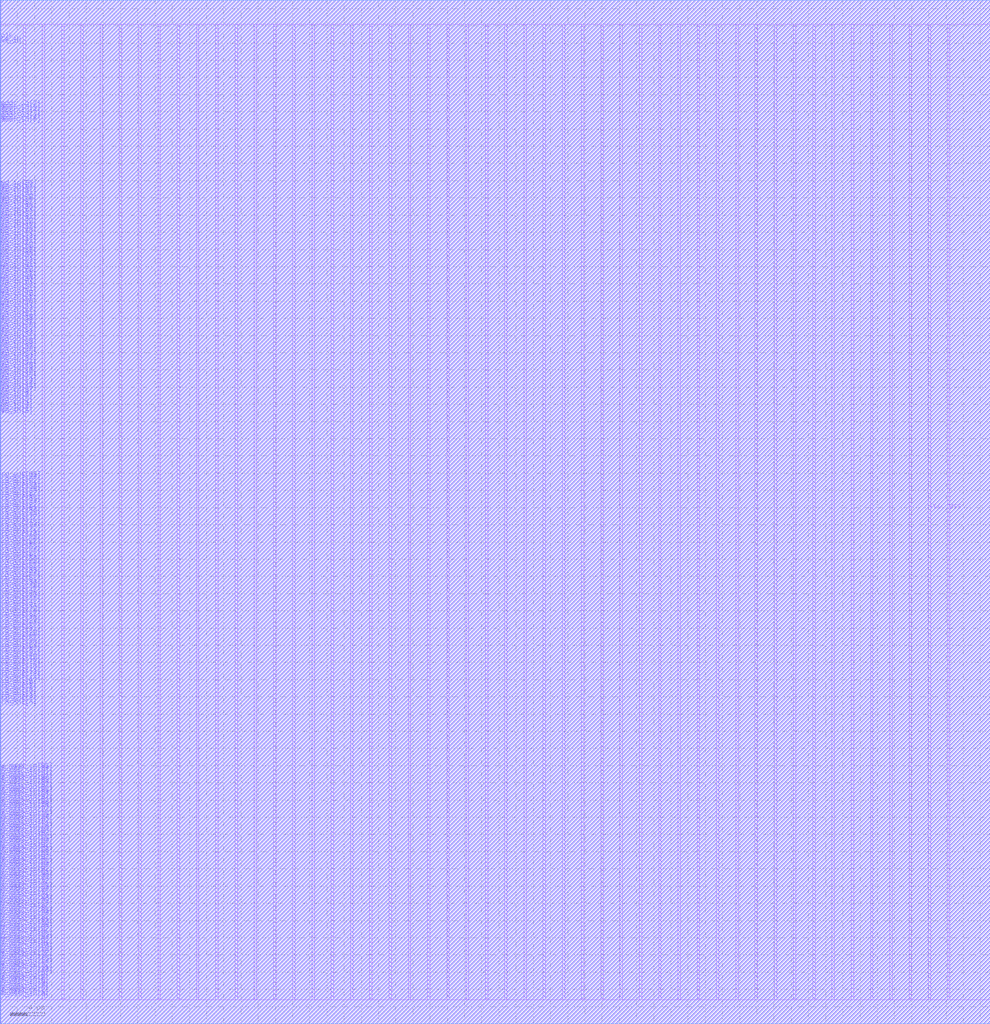
<source format=lef>
VERSION 5.7 ;
BUSBITCHARS "[]" ;
MACRO fakeram45_256x96_upper
  FOREIGN fakeram45_256x96_upper 0 0 ;
  SYMMETRY X Y R90 ;
  SIZE 115.140 BY 119.000 ;
  CLASS BLOCK ;
  PIN w_mask_in[0]
    DIRECTION INPUT ;
    USE SIGNAL ;
    SHAPE ABUTMENT ;
    PORT
      LAYER M18 ;
      RECT 0.000 2.800 0.070 2.870 ;
    END
  END w_mask_in[0]
  PIN w_mask_in[1]
    DIRECTION INPUT ;
    USE SIGNAL ;
    SHAPE ABUTMENT ;
    PORT
      LAYER M18 ;
      RECT 0.000 3.080 0.070 3.150 ;
    END
  END w_mask_in[1]
  PIN w_mask_in[2]
    DIRECTION INPUT ;
    USE SIGNAL ;
    SHAPE ABUTMENT ;
    PORT
      LAYER M18 ;
      RECT 0.000 3.360 0.070 3.430 ;
    END
  END w_mask_in[2]
  PIN w_mask_in[3]
    DIRECTION INPUT ;
    USE SIGNAL ;
    SHAPE ABUTMENT ;
    PORT
      LAYER M18 ;
      RECT 0.000 3.640 0.070 3.710 ;
    END
  END w_mask_in[3]
  PIN w_mask_in[4]
    DIRECTION INPUT ;
    USE SIGNAL ;
    SHAPE ABUTMENT ;
    PORT
      LAYER M18 ;
      RECT 0.000 3.920 0.070 3.990 ;
    END
  END w_mask_in[4]
  PIN w_mask_in[5]
    DIRECTION INPUT ;
    USE SIGNAL ;
    SHAPE ABUTMENT ;
    PORT
      LAYER M18 ;
      RECT 0.000 4.200 0.070 4.270 ;
    END
  END w_mask_in[5]
  PIN w_mask_in[6]
    DIRECTION INPUT ;
    USE SIGNAL ;
    SHAPE ABUTMENT ;
    PORT
      LAYER M18 ;
      RECT 0.000 4.480 0.070 4.550 ;
    END
  END w_mask_in[6]
  PIN w_mask_in[7]
    DIRECTION INPUT ;
    USE SIGNAL ;
    SHAPE ABUTMENT ;
    PORT
      LAYER M18 ;
      RECT 0.000 4.760 0.070 4.830 ;
    END
  END w_mask_in[7]
  PIN w_mask_in[8]
    DIRECTION INPUT ;
    USE SIGNAL ;
    SHAPE ABUTMENT ;
    PORT
      LAYER M18 ;
      RECT 0.000 5.040 0.070 5.110 ;
    END
  END w_mask_in[8]
  PIN w_mask_in[9]
    DIRECTION INPUT ;
    USE SIGNAL ;
    SHAPE ABUTMENT ;
    PORT
      LAYER M18 ;
      RECT 0.000 5.320 0.070 5.390 ;
    END
  END w_mask_in[9]
  PIN w_mask_in[10]
    DIRECTION INPUT ;
    USE SIGNAL ;
    SHAPE ABUTMENT ;
    PORT
      LAYER M18 ;
      RECT 0.000 5.600 0.070 5.670 ;
    END
  END w_mask_in[10]
  PIN w_mask_in[11]
    DIRECTION INPUT ;
    USE SIGNAL ;
    SHAPE ABUTMENT ;
    PORT
      LAYER M18 ;
      RECT 0.000 5.880 0.070 5.950 ;
    END
  END w_mask_in[11]
  PIN w_mask_in[12]
    DIRECTION INPUT ;
    USE SIGNAL ;
    SHAPE ABUTMENT ;
    PORT
      LAYER M18 ;
      RECT 0.000 6.160 0.070 6.230 ;
    END
  END w_mask_in[12]
  PIN w_mask_in[13]
    DIRECTION INPUT ;
    USE SIGNAL ;
    SHAPE ABUTMENT ;
    PORT
      LAYER M18 ;
      RECT 0.000 6.440 0.070 6.510 ;
    END
  END w_mask_in[13]
  PIN w_mask_in[14]
    DIRECTION INPUT ;
    USE SIGNAL ;
    SHAPE ABUTMENT ;
    PORT
      LAYER M18 ;
      RECT 0.000 6.720 0.070 6.790 ;
    END
  END w_mask_in[14]
  PIN w_mask_in[15]
    DIRECTION INPUT ;
    USE SIGNAL ;
    SHAPE ABUTMENT ;
    PORT
      LAYER M18 ;
      RECT 0.000 7.000 0.070 7.070 ;
    END
  END w_mask_in[15]
  PIN w_mask_in[16]
    DIRECTION INPUT ;
    USE SIGNAL ;
    SHAPE ABUTMENT ;
    PORT
      LAYER M18 ;
      RECT 0.000 7.280 0.070 7.350 ;
    END
  END w_mask_in[16]
  PIN w_mask_in[17]
    DIRECTION INPUT ;
    USE SIGNAL ;
    SHAPE ABUTMENT ;
    PORT
      LAYER M18 ;
      RECT 0.000 7.560 0.070 7.630 ;
    END
  END w_mask_in[17]
  PIN w_mask_in[18]
    DIRECTION INPUT ;
    USE SIGNAL ;
    SHAPE ABUTMENT ;
    PORT
      LAYER M18 ;
      RECT 0.000 7.840 0.070 7.910 ;
    END
  END w_mask_in[18]
  PIN w_mask_in[19]
    DIRECTION INPUT ;
    USE SIGNAL ;
    SHAPE ABUTMENT ;
    PORT
      LAYER M18 ;
      RECT 0.000 8.120 0.070 8.190 ;
    END
  END w_mask_in[19]
  PIN w_mask_in[20]
    DIRECTION INPUT ;
    USE SIGNAL ;
    SHAPE ABUTMENT ;
    PORT
      LAYER M18 ;
      RECT 0.000 8.400 0.070 8.470 ;
    END
  END w_mask_in[20]
  PIN w_mask_in[21]
    DIRECTION INPUT ;
    USE SIGNAL ;
    SHAPE ABUTMENT ;
    PORT
      LAYER M18 ;
      RECT 0.000 8.680 0.070 8.750 ;
    END
  END w_mask_in[21]
  PIN w_mask_in[22]
    DIRECTION INPUT ;
    USE SIGNAL ;
    SHAPE ABUTMENT ;
    PORT
      LAYER M18 ;
      RECT 0.000 8.960 0.070 9.030 ;
    END
  END w_mask_in[22]
  PIN w_mask_in[23]
    DIRECTION INPUT ;
    USE SIGNAL ;
    SHAPE ABUTMENT ;
    PORT
      LAYER M18 ;
      RECT 0.000 9.240 0.070 9.310 ;
    END
  END w_mask_in[23]
  PIN w_mask_in[24]
    DIRECTION INPUT ;
    USE SIGNAL ;
    SHAPE ABUTMENT ;
    PORT
      LAYER M18 ;
      RECT 0.000 9.520 0.070 9.590 ;
    END
  END w_mask_in[24]
  PIN w_mask_in[25]
    DIRECTION INPUT ;
    USE SIGNAL ;
    SHAPE ABUTMENT ;
    PORT
      LAYER M18 ;
      RECT 0.000 9.800 0.070 9.870 ;
    END
  END w_mask_in[25]
  PIN w_mask_in[26]
    DIRECTION INPUT ;
    USE SIGNAL ;
    SHAPE ABUTMENT ;
    PORT
      LAYER M18 ;
      RECT 0.000 10.080 0.070 10.150 ;
    END
  END w_mask_in[26]
  PIN w_mask_in[27]
    DIRECTION INPUT ;
    USE SIGNAL ;
    SHAPE ABUTMENT ;
    PORT
      LAYER M18 ;
      RECT 0.000 10.360 0.070 10.430 ;
    END
  END w_mask_in[27]
  PIN w_mask_in[28]
    DIRECTION INPUT ;
    USE SIGNAL ;
    SHAPE ABUTMENT ;
    PORT
      LAYER M18 ;
      RECT 0.000 10.640 0.070 10.710 ;
    END
  END w_mask_in[28]
  PIN w_mask_in[29]
    DIRECTION INPUT ;
    USE SIGNAL ;
    SHAPE ABUTMENT ;
    PORT
      LAYER M18 ;
      RECT 0.000 10.920 0.070 10.990 ;
    END
  END w_mask_in[29]
  PIN w_mask_in[30]
    DIRECTION INPUT ;
    USE SIGNAL ;
    SHAPE ABUTMENT ;
    PORT
      LAYER M18 ;
      RECT 0.000 11.200 0.070 11.270 ;
    END
  END w_mask_in[30]
  PIN w_mask_in[31]
    DIRECTION INPUT ;
    USE SIGNAL ;
    SHAPE ABUTMENT ;
    PORT
      LAYER M18 ;
      RECT 0.000 11.480 0.070 11.550 ;
    END
  END w_mask_in[31]
  PIN w_mask_in[32]
    DIRECTION INPUT ;
    USE SIGNAL ;
    SHAPE ABUTMENT ;
    PORT
      LAYER M18 ;
      RECT 0.000 11.760 0.070 11.830 ;
    END
  END w_mask_in[32]
  PIN w_mask_in[33]
    DIRECTION INPUT ;
    USE SIGNAL ;
    SHAPE ABUTMENT ;
    PORT
      LAYER M18 ;
      RECT 0.000 12.040 0.070 12.110 ;
    END
  END w_mask_in[33]
  PIN w_mask_in[34]
    DIRECTION INPUT ;
    USE SIGNAL ;
    SHAPE ABUTMENT ;
    PORT
      LAYER M18 ;
      RECT 0.000 12.320 0.070 12.390 ;
    END
  END w_mask_in[34]
  PIN w_mask_in[35]
    DIRECTION INPUT ;
    USE SIGNAL ;
    SHAPE ABUTMENT ;
    PORT
      LAYER M18 ;
      RECT 0.000 12.600 0.070 12.670 ;
    END
  END w_mask_in[35]
  PIN w_mask_in[36]
    DIRECTION INPUT ;
    USE SIGNAL ;
    SHAPE ABUTMENT ;
    PORT
      LAYER M18 ;
      RECT 0.000 12.880 0.070 12.950 ;
    END
  END w_mask_in[36]
  PIN w_mask_in[37]
    DIRECTION INPUT ;
    USE SIGNAL ;
    SHAPE ABUTMENT ;
    PORT
      LAYER M18 ;
      RECT 0.000 13.160 0.070 13.230 ;
    END
  END w_mask_in[37]
  PIN w_mask_in[38]
    DIRECTION INPUT ;
    USE SIGNAL ;
    SHAPE ABUTMENT ;
    PORT
      LAYER M18 ;
      RECT 0.000 13.440 0.070 13.510 ;
    END
  END w_mask_in[38]
  PIN w_mask_in[39]
    DIRECTION INPUT ;
    USE SIGNAL ;
    SHAPE ABUTMENT ;
    PORT
      LAYER M18 ;
      RECT 0.000 13.720 0.070 13.790 ;
    END
  END w_mask_in[39]
  PIN w_mask_in[40]
    DIRECTION INPUT ;
    USE SIGNAL ;
    SHAPE ABUTMENT ;
    PORT
      LAYER M18 ;
      RECT 0.000 14.000 0.070 14.070 ;
    END
  END w_mask_in[40]
  PIN w_mask_in[41]
    DIRECTION INPUT ;
    USE SIGNAL ;
    SHAPE ABUTMENT ;
    PORT
      LAYER M18 ;
      RECT 0.000 14.280 0.070 14.350 ;
    END
  END w_mask_in[41]
  PIN w_mask_in[42]
    DIRECTION INPUT ;
    USE SIGNAL ;
    SHAPE ABUTMENT ;
    PORT
      LAYER M18 ;
      RECT 0.000 14.560 0.070 14.630 ;
    END
  END w_mask_in[42]
  PIN w_mask_in[43]
    DIRECTION INPUT ;
    USE SIGNAL ;
    SHAPE ABUTMENT ;
    PORT
      LAYER M18 ;
      RECT 0.000 14.840 0.070 14.910 ;
    END
  END w_mask_in[43]
  PIN w_mask_in[44]
    DIRECTION INPUT ;
    USE SIGNAL ;
    SHAPE ABUTMENT ;
    PORT
      LAYER M18 ;
      RECT 0.000 15.120 0.070 15.190 ;
    END
  END w_mask_in[44]
  PIN w_mask_in[45]
    DIRECTION INPUT ;
    USE SIGNAL ;
    SHAPE ABUTMENT ;
    PORT
      LAYER M18 ;
      RECT 0.000 15.400 0.070 15.470 ;
    END
  END w_mask_in[45]
  PIN w_mask_in[46]
    DIRECTION INPUT ;
    USE SIGNAL ;
    SHAPE ABUTMENT ;
    PORT
      LAYER M18 ;
      RECT 0.000 15.680 0.070 15.750 ;
    END
  END w_mask_in[46]
  PIN w_mask_in[47]
    DIRECTION INPUT ;
    USE SIGNAL ;
    SHAPE ABUTMENT ;
    PORT
      LAYER M18 ;
      RECT 0.000 15.960 0.070 16.030 ;
    END
  END w_mask_in[47]
  PIN w_mask_in[48]
    DIRECTION INPUT ;
    USE SIGNAL ;
    SHAPE ABUTMENT ;
    PORT
      LAYER M18 ;
      RECT 0.000 16.240 0.070 16.310 ;
    END
  END w_mask_in[48]
  PIN w_mask_in[49]
    DIRECTION INPUT ;
    USE SIGNAL ;
    SHAPE ABUTMENT ;
    PORT
      LAYER M18 ;
      RECT 0.000 16.520 0.070 16.590 ;
    END
  END w_mask_in[49]
  PIN w_mask_in[50]
    DIRECTION INPUT ;
    USE SIGNAL ;
    SHAPE ABUTMENT ;
    PORT
      LAYER M18 ;
      RECT 0.000 16.800 0.070 16.870 ;
    END
  END w_mask_in[50]
  PIN w_mask_in[51]
    DIRECTION INPUT ;
    USE SIGNAL ;
    SHAPE ABUTMENT ;
    PORT
      LAYER M18 ;
      RECT 0.000 17.080 0.070 17.150 ;
    END
  END w_mask_in[51]
  PIN w_mask_in[52]
    DIRECTION INPUT ;
    USE SIGNAL ;
    SHAPE ABUTMENT ;
    PORT
      LAYER M18 ;
      RECT 0.000 17.360 0.070 17.430 ;
    END
  END w_mask_in[52]
  PIN w_mask_in[53]
    DIRECTION INPUT ;
    USE SIGNAL ;
    SHAPE ABUTMENT ;
    PORT
      LAYER M18 ;
      RECT 0.000 17.640 0.070 17.710 ;
    END
  END w_mask_in[53]
  PIN w_mask_in[54]
    DIRECTION INPUT ;
    USE SIGNAL ;
    SHAPE ABUTMENT ;
    PORT
      LAYER M18 ;
      RECT 0.000 17.920 0.070 17.990 ;
    END
  END w_mask_in[54]
  PIN w_mask_in[55]
    DIRECTION INPUT ;
    USE SIGNAL ;
    SHAPE ABUTMENT ;
    PORT
      LAYER M18 ;
      RECT 0.000 18.200 0.070 18.270 ;
    END
  END w_mask_in[55]
  PIN w_mask_in[56]
    DIRECTION INPUT ;
    USE SIGNAL ;
    SHAPE ABUTMENT ;
    PORT
      LAYER M18 ;
      RECT 0.000 18.480 0.070 18.550 ;
    END
  END w_mask_in[56]
  PIN w_mask_in[57]
    DIRECTION INPUT ;
    USE SIGNAL ;
    SHAPE ABUTMENT ;
    PORT
      LAYER M18 ;
      RECT 0.000 18.760 0.070 18.830 ;
    END
  END w_mask_in[57]
  PIN w_mask_in[58]
    DIRECTION INPUT ;
    USE SIGNAL ;
    SHAPE ABUTMENT ;
    PORT
      LAYER M18 ;
      RECT 0.000 19.040 0.070 19.110 ;
    END
  END w_mask_in[58]
  PIN w_mask_in[59]
    DIRECTION INPUT ;
    USE SIGNAL ;
    SHAPE ABUTMENT ;
    PORT
      LAYER M18 ;
      RECT 0.000 19.320 0.070 19.390 ;
    END
  END w_mask_in[59]
  PIN w_mask_in[60]
    DIRECTION INPUT ;
    USE SIGNAL ;
    SHAPE ABUTMENT ;
    PORT
      LAYER M18 ;
      RECT 0.000 19.600 0.070 19.670 ;
    END
  END w_mask_in[60]
  PIN w_mask_in[61]
    DIRECTION INPUT ;
    USE SIGNAL ;
    SHAPE ABUTMENT ;
    PORT
      LAYER M18 ;
      RECT 0.000 19.880 0.070 19.950 ;
    END
  END w_mask_in[61]
  PIN w_mask_in[62]
    DIRECTION INPUT ;
    USE SIGNAL ;
    SHAPE ABUTMENT ;
    PORT
      LAYER M18 ;
      RECT 0.000 20.160 0.070 20.230 ;
    END
  END w_mask_in[62]
  PIN w_mask_in[63]
    DIRECTION INPUT ;
    USE SIGNAL ;
    SHAPE ABUTMENT ;
    PORT
      LAYER M18 ;
      RECT 0.000 20.440 0.070 20.510 ;
    END
  END w_mask_in[63]
  PIN w_mask_in[64]
    DIRECTION INPUT ;
    USE SIGNAL ;
    SHAPE ABUTMENT ;
    PORT
      LAYER M18 ;
      RECT 0.000 20.720 0.070 20.790 ;
    END
  END w_mask_in[64]
  PIN w_mask_in[65]
    DIRECTION INPUT ;
    USE SIGNAL ;
    SHAPE ABUTMENT ;
    PORT
      LAYER M18 ;
      RECT 0.000 21.000 0.070 21.070 ;
    END
  END w_mask_in[65]
  PIN w_mask_in[66]
    DIRECTION INPUT ;
    USE SIGNAL ;
    SHAPE ABUTMENT ;
    PORT
      LAYER M18 ;
      RECT 0.000 21.280 0.070 21.350 ;
    END
  END w_mask_in[66]
  PIN w_mask_in[67]
    DIRECTION INPUT ;
    USE SIGNAL ;
    SHAPE ABUTMENT ;
    PORT
      LAYER M18 ;
      RECT 0.000 21.560 0.070 21.630 ;
    END
  END w_mask_in[67]
  PIN w_mask_in[68]
    DIRECTION INPUT ;
    USE SIGNAL ;
    SHAPE ABUTMENT ;
    PORT
      LAYER M18 ;
      RECT 0.000 21.840 0.070 21.910 ;
    END
  END w_mask_in[68]
  PIN w_mask_in[69]
    DIRECTION INPUT ;
    USE SIGNAL ;
    SHAPE ABUTMENT ;
    PORT
      LAYER M18 ;
      RECT 0.000 22.120 0.070 22.190 ;
    END
  END w_mask_in[69]
  PIN w_mask_in[70]
    DIRECTION INPUT ;
    USE SIGNAL ;
    SHAPE ABUTMENT ;
    PORT
      LAYER M18 ;
      RECT 0.000 22.400 0.070 22.470 ;
    END
  END w_mask_in[70]
  PIN w_mask_in[71]
    DIRECTION INPUT ;
    USE SIGNAL ;
    SHAPE ABUTMENT ;
    PORT
      LAYER M18 ;
      RECT 0.000 22.680 0.070 22.750 ;
    END
  END w_mask_in[71]
  PIN w_mask_in[72]
    DIRECTION INPUT ;
    USE SIGNAL ;
    SHAPE ABUTMENT ;
    PORT
      LAYER M18 ;
      RECT 0.000 22.960 0.070 23.030 ;
    END
  END w_mask_in[72]
  PIN w_mask_in[73]
    DIRECTION INPUT ;
    USE SIGNAL ;
    SHAPE ABUTMENT ;
    PORT
      LAYER M18 ;
      RECT 0.000 23.240 0.070 23.310 ;
    END
  END w_mask_in[73]
  PIN w_mask_in[74]
    DIRECTION INPUT ;
    USE SIGNAL ;
    SHAPE ABUTMENT ;
    PORT
      LAYER M18 ;
      RECT 0.000 23.520 0.070 23.590 ;
    END
  END w_mask_in[74]
  PIN w_mask_in[75]
    DIRECTION INPUT ;
    USE SIGNAL ;
    SHAPE ABUTMENT ;
    PORT
      LAYER M18 ;
      RECT 0.000 23.800 0.070 23.870 ;
    END
  END w_mask_in[75]
  PIN w_mask_in[76]
    DIRECTION INPUT ;
    USE SIGNAL ;
    SHAPE ABUTMENT ;
    PORT
      LAYER M18 ;
      RECT 0.000 24.080 0.070 24.150 ;
    END
  END w_mask_in[76]
  PIN w_mask_in[77]
    DIRECTION INPUT ;
    USE SIGNAL ;
    SHAPE ABUTMENT ;
    PORT
      LAYER M18 ;
      RECT 0.000 24.360 0.070 24.430 ;
    END
  END w_mask_in[77]
  PIN w_mask_in[78]
    DIRECTION INPUT ;
    USE SIGNAL ;
    SHAPE ABUTMENT ;
    PORT
      LAYER M18 ;
      RECT 0.000 24.640 0.070 24.710 ;
    END
  END w_mask_in[78]
  PIN w_mask_in[79]
    DIRECTION INPUT ;
    USE SIGNAL ;
    SHAPE ABUTMENT ;
    PORT
      LAYER M18 ;
      RECT 0.000 24.920 0.070 24.990 ;
    END
  END w_mask_in[79]
  PIN w_mask_in[80]
    DIRECTION INPUT ;
    USE SIGNAL ;
    SHAPE ABUTMENT ;
    PORT
      LAYER M18 ;
      RECT 0.000 25.200 0.070 25.270 ;
    END
  END w_mask_in[80]
  PIN w_mask_in[81]
    DIRECTION INPUT ;
    USE SIGNAL ;
    SHAPE ABUTMENT ;
    PORT
      LAYER M18 ;
      RECT 0.000 25.480 0.070 25.550 ;
    END
  END w_mask_in[81]
  PIN w_mask_in[82]
    DIRECTION INPUT ;
    USE SIGNAL ;
    SHAPE ABUTMENT ;
    PORT
      LAYER M18 ;
      RECT 0.000 25.760 0.070 25.830 ;
    END
  END w_mask_in[82]
  PIN w_mask_in[83]
    DIRECTION INPUT ;
    USE SIGNAL ;
    SHAPE ABUTMENT ;
    PORT
      LAYER M18 ;
      RECT 0.000 26.040 0.070 26.110 ;
    END
  END w_mask_in[83]
  PIN w_mask_in[84]
    DIRECTION INPUT ;
    USE SIGNAL ;
    SHAPE ABUTMENT ;
    PORT
      LAYER M18 ;
      RECT 0.000 26.320 0.070 26.390 ;
    END
  END w_mask_in[84]
  PIN w_mask_in[85]
    DIRECTION INPUT ;
    USE SIGNAL ;
    SHAPE ABUTMENT ;
    PORT
      LAYER M18 ;
      RECT 0.000 26.600 0.070 26.670 ;
    END
  END w_mask_in[85]
  PIN w_mask_in[86]
    DIRECTION INPUT ;
    USE SIGNAL ;
    SHAPE ABUTMENT ;
    PORT
      LAYER M18 ;
      RECT 0.000 26.880 0.070 26.950 ;
    END
  END w_mask_in[86]
  PIN w_mask_in[87]
    DIRECTION INPUT ;
    USE SIGNAL ;
    SHAPE ABUTMENT ;
    PORT
      LAYER M18 ;
      RECT 0.000 27.160 0.070 27.230 ;
    END
  END w_mask_in[87]
  PIN w_mask_in[88]
    DIRECTION INPUT ;
    USE SIGNAL ;
    SHAPE ABUTMENT ;
    PORT
      LAYER M18 ;
      RECT 0.000 27.440 0.070 27.510 ;
    END
  END w_mask_in[88]
  PIN w_mask_in[89]
    DIRECTION INPUT ;
    USE SIGNAL ;
    SHAPE ABUTMENT ;
    PORT
      LAYER M18 ;
      RECT 0.000 27.720 0.070 27.790 ;
    END
  END w_mask_in[89]
  PIN w_mask_in[90]
    DIRECTION INPUT ;
    USE SIGNAL ;
    SHAPE ABUTMENT ;
    PORT
      LAYER M18 ;
      RECT 0.000 28.000 0.070 28.070 ;
    END
  END w_mask_in[90]
  PIN w_mask_in[91]
    DIRECTION INPUT ;
    USE SIGNAL ;
    SHAPE ABUTMENT ;
    PORT
      LAYER M18 ;
      RECT 0.000 28.280 0.070 28.350 ;
    END
  END w_mask_in[91]
  PIN w_mask_in[92]
    DIRECTION INPUT ;
    USE SIGNAL ;
    SHAPE ABUTMENT ;
    PORT
      LAYER M18 ;
      RECT 0.000 28.560 0.070 28.630 ;
    END
  END w_mask_in[92]
  PIN w_mask_in[93]
    DIRECTION INPUT ;
    USE SIGNAL ;
    SHAPE ABUTMENT ;
    PORT
      LAYER M18 ;
      RECT 0.000 28.840 0.070 28.910 ;
    END
  END w_mask_in[93]
  PIN w_mask_in[94]
    DIRECTION INPUT ;
    USE SIGNAL ;
    SHAPE ABUTMENT ;
    PORT
      LAYER M18 ;
      RECT 0.000 29.120 0.070 29.190 ;
    END
  END w_mask_in[94]
  PIN w_mask_in[95]
    DIRECTION INPUT ;
    USE SIGNAL ;
    SHAPE ABUTMENT ;
    PORT
      LAYER M18 ;
      RECT 0.000 29.400 0.070 29.470 ;
    END
  END w_mask_in[95]
  PIN rd_out[0]
    DIRECTION OUTPUT ;
    USE SIGNAL ;
    SHAPE ABUTMENT ;
    PORT
      LAYER M18 ;
      RECT 0.000 36.680 0.070 36.750 ;
    END
  END rd_out[0]
  PIN rd_out[1]
    DIRECTION OUTPUT ;
    USE SIGNAL ;
    SHAPE ABUTMENT ;
    PORT
      LAYER M18 ;
      RECT 0.000 36.960 0.070 37.030 ;
    END
  END rd_out[1]
  PIN rd_out[2]
    DIRECTION OUTPUT ;
    USE SIGNAL ;
    SHAPE ABUTMENT ;
    PORT
      LAYER M18 ;
      RECT 0.000 37.240 0.070 37.310 ;
    END
  END rd_out[2]
  PIN rd_out[3]
    DIRECTION OUTPUT ;
    USE SIGNAL ;
    SHAPE ABUTMENT ;
    PORT
      LAYER M18 ;
      RECT 0.000 37.520 0.070 37.590 ;
    END
  END rd_out[3]
  PIN rd_out[4]
    DIRECTION OUTPUT ;
    USE SIGNAL ;
    SHAPE ABUTMENT ;
    PORT
      LAYER M18 ;
      RECT 0.000 37.800 0.070 37.870 ;
    END
  END rd_out[4]
  PIN rd_out[5]
    DIRECTION OUTPUT ;
    USE SIGNAL ;
    SHAPE ABUTMENT ;
    PORT
      LAYER M18 ;
      RECT 0.000 38.080 0.070 38.150 ;
    END
  END rd_out[5]
  PIN rd_out[6]
    DIRECTION OUTPUT ;
    USE SIGNAL ;
    SHAPE ABUTMENT ;
    PORT
      LAYER M18 ;
      RECT 0.000 38.360 0.070 38.430 ;
    END
  END rd_out[6]
  PIN rd_out[7]
    DIRECTION OUTPUT ;
    USE SIGNAL ;
    SHAPE ABUTMENT ;
    PORT
      LAYER M18 ;
      RECT 0.000 38.640 0.070 38.710 ;
    END
  END rd_out[7]
  PIN rd_out[8]
    DIRECTION OUTPUT ;
    USE SIGNAL ;
    SHAPE ABUTMENT ;
    PORT
      LAYER M18 ;
      RECT 0.000 38.920 0.070 38.990 ;
    END
  END rd_out[8]
  PIN rd_out[9]
    DIRECTION OUTPUT ;
    USE SIGNAL ;
    SHAPE ABUTMENT ;
    PORT
      LAYER M18 ;
      RECT 0.000 39.200 0.070 39.270 ;
    END
  END rd_out[9]
  PIN rd_out[10]
    DIRECTION OUTPUT ;
    USE SIGNAL ;
    SHAPE ABUTMENT ;
    PORT
      LAYER M18 ;
      RECT 0.000 39.480 0.070 39.550 ;
    END
  END rd_out[10]
  PIN rd_out[11]
    DIRECTION OUTPUT ;
    USE SIGNAL ;
    SHAPE ABUTMENT ;
    PORT
      LAYER M18 ;
      RECT 0.000 39.760 0.070 39.830 ;
    END
  END rd_out[11]
  PIN rd_out[12]
    DIRECTION OUTPUT ;
    USE SIGNAL ;
    SHAPE ABUTMENT ;
    PORT
      LAYER M18 ;
      RECT 0.000 40.040 0.070 40.110 ;
    END
  END rd_out[12]
  PIN rd_out[13]
    DIRECTION OUTPUT ;
    USE SIGNAL ;
    SHAPE ABUTMENT ;
    PORT
      LAYER M18 ;
      RECT 0.000 40.320 0.070 40.390 ;
    END
  END rd_out[13]
  PIN rd_out[14]
    DIRECTION OUTPUT ;
    USE SIGNAL ;
    SHAPE ABUTMENT ;
    PORT
      LAYER M18 ;
      RECT 0.000 40.600 0.070 40.670 ;
    END
  END rd_out[14]
  PIN rd_out[15]
    DIRECTION OUTPUT ;
    USE SIGNAL ;
    SHAPE ABUTMENT ;
    PORT
      LAYER M18 ;
      RECT 0.000 40.880 0.070 40.950 ;
    END
  END rd_out[15]
  PIN rd_out[16]
    DIRECTION OUTPUT ;
    USE SIGNAL ;
    SHAPE ABUTMENT ;
    PORT
      LAYER M18 ;
      RECT 0.000 41.160 0.070 41.230 ;
    END
  END rd_out[16]
  PIN rd_out[17]
    DIRECTION OUTPUT ;
    USE SIGNAL ;
    SHAPE ABUTMENT ;
    PORT
      LAYER M18 ;
      RECT 0.000 41.440 0.070 41.510 ;
    END
  END rd_out[17]
  PIN rd_out[18]
    DIRECTION OUTPUT ;
    USE SIGNAL ;
    SHAPE ABUTMENT ;
    PORT
      LAYER M18 ;
      RECT 0.000 41.720 0.070 41.790 ;
    END
  END rd_out[18]
  PIN rd_out[19]
    DIRECTION OUTPUT ;
    USE SIGNAL ;
    SHAPE ABUTMENT ;
    PORT
      LAYER M18 ;
      RECT 0.000 42.000 0.070 42.070 ;
    END
  END rd_out[19]
  PIN rd_out[20]
    DIRECTION OUTPUT ;
    USE SIGNAL ;
    SHAPE ABUTMENT ;
    PORT
      LAYER M18 ;
      RECT 0.000 42.280 0.070 42.350 ;
    END
  END rd_out[20]
  PIN rd_out[21]
    DIRECTION OUTPUT ;
    USE SIGNAL ;
    SHAPE ABUTMENT ;
    PORT
      LAYER M18 ;
      RECT 0.000 42.560 0.070 42.630 ;
    END
  END rd_out[21]
  PIN rd_out[22]
    DIRECTION OUTPUT ;
    USE SIGNAL ;
    SHAPE ABUTMENT ;
    PORT
      LAYER M18 ;
      RECT 0.000 42.840 0.070 42.910 ;
    END
  END rd_out[22]
  PIN rd_out[23]
    DIRECTION OUTPUT ;
    USE SIGNAL ;
    SHAPE ABUTMENT ;
    PORT
      LAYER M18 ;
      RECT 0.000 43.120 0.070 43.190 ;
    END
  END rd_out[23]
  PIN rd_out[24]
    DIRECTION OUTPUT ;
    USE SIGNAL ;
    SHAPE ABUTMENT ;
    PORT
      LAYER M18 ;
      RECT 0.000 43.400 0.070 43.470 ;
    END
  END rd_out[24]
  PIN rd_out[25]
    DIRECTION OUTPUT ;
    USE SIGNAL ;
    SHAPE ABUTMENT ;
    PORT
      LAYER M18 ;
      RECT 0.000 43.680 0.070 43.750 ;
    END
  END rd_out[25]
  PIN rd_out[26]
    DIRECTION OUTPUT ;
    USE SIGNAL ;
    SHAPE ABUTMENT ;
    PORT
      LAYER M18 ;
      RECT 0.000 43.960 0.070 44.030 ;
    END
  END rd_out[26]
  PIN rd_out[27]
    DIRECTION OUTPUT ;
    USE SIGNAL ;
    SHAPE ABUTMENT ;
    PORT
      LAYER M18 ;
      RECT 0.000 44.240 0.070 44.310 ;
    END
  END rd_out[27]
  PIN rd_out[28]
    DIRECTION OUTPUT ;
    USE SIGNAL ;
    SHAPE ABUTMENT ;
    PORT
      LAYER M18 ;
      RECT 0.000 44.520 0.070 44.590 ;
    END
  END rd_out[28]
  PIN rd_out[29]
    DIRECTION OUTPUT ;
    USE SIGNAL ;
    SHAPE ABUTMENT ;
    PORT
      LAYER M18 ;
      RECT 0.000 44.800 0.070 44.870 ;
    END
  END rd_out[29]
  PIN rd_out[30]
    DIRECTION OUTPUT ;
    USE SIGNAL ;
    SHAPE ABUTMENT ;
    PORT
      LAYER M18 ;
      RECT 0.000 45.080 0.070 45.150 ;
    END
  END rd_out[30]
  PIN rd_out[31]
    DIRECTION OUTPUT ;
    USE SIGNAL ;
    SHAPE ABUTMENT ;
    PORT
      LAYER M18 ;
      RECT 0.000 45.360 0.070 45.430 ;
    END
  END rd_out[31]
  PIN rd_out[32]
    DIRECTION OUTPUT ;
    USE SIGNAL ;
    SHAPE ABUTMENT ;
    PORT
      LAYER M18 ;
      RECT 0.000 45.640 0.070 45.710 ;
    END
  END rd_out[32]
  PIN rd_out[33]
    DIRECTION OUTPUT ;
    USE SIGNAL ;
    SHAPE ABUTMENT ;
    PORT
      LAYER M18 ;
      RECT 0.000 45.920 0.070 45.990 ;
    END
  END rd_out[33]
  PIN rd_out[34]
    DIRECTION OUTPUT ;
    USE SIGNAL ;
    SHAPE ABUTMENT ;
    PORT
      LAYER M18 ;
      RECT 0.000 46.200 0.070 46.270 ;
    END
  END rd_out[34]
  PIN rd_out[35]
    DIRECTION OUTPUT ;
    USE SIGNAL ;
    SHAPE ABUTMENT ;
    PORT
      LAYER M18 ;
      RECT 0.000 46.480 0.070 46.550 ;
    END
  END rd_out[35]
  PIN rd_out[36]
    DIRECTION OUTPUT ;
    USE SIGNAL ;
    SHAPE ABUTMENT ;
    PORT
      LAYER M18 ;
      RECT 0.000 46.760 0.070 46.830 ;
    END
  END rd_out[36]
  PIN rd_out[37]
    DIRECTION OUTPUT ;
    USE SIGNAL ;
    SHAPE ABUTMENT ;
    PORT
      LAYER M18 ;
      RECT 0.000 47.040 0.070 47.110 ;
    END
  END rd_out[37]
  PIN rd_out[38]
    DIRECTION OUTPUT ;
    USE SIGNAL ;
    SHAPE ABUTMENT ;
    PORT
      LAYER M18 ;
      RECT 0.000 47.320 0.070 47.390 ;
    END
  END rd_out[38]
  PIN rd_out[39]
    DIRECTION OUTPUT ;
    USE SIGNAL ;
    SHAPE ABUTMENT ;
    PORT
      LAYER M18 ;
      RECT 0.000 47.600 0.070 47.670 ;
    END
  END rd_out[39]
  PIN rd_out[40]
    DIRECTION OUTPUT ;
    USE SIGNAL ;
    SHAPE ABUTMENT ;
    PORT
      LAYER M18 ;
      RECT 0.000 47.880 0.070 47.950 ;
    END
  END rd_out[40]
  PIN rd_out[41]
    DIRECTION OUTPUT ;
    USE SIGNAL ;
    SHAPE ABUTMENT ;
    PORT
      LAYER M18 ;
      RECT 0.000 48.160 0.070 48.230 ;
    END
  END rd_out[41]
  PIN rd_out[42]
    DIRECTION OUTPUT ;
    USE SIGNAL ;
    SHAPE ABUTMENT ;
    PORT
      LAYER M18 ;
      RECT 0.000 48.440 0.070 48.510 ;
    END
  END rd_out[42]
  PIN rd_out[43]
    DIRECTION OUTPUT ;
    USE SIGNAL ;
    SHAPE ABUTMENT ;
    PORT
      LAYER M18 ;
      RECT 0.000 48.720 0.070 48.790 ;
    END
  END rd_out[43]
  PIN rd_out[44]
    DIRECTION OUTPUT ;
    USE SIGNAL ;
    SHAPE ABUTMENT ;
    PORT
      LAYER M18 ;
      RECT 0.000 49.000 0.070 49.070 ;
    END
  END rd_out[44]
  PIN rd_out[45]
    DIRECTION OUTPUT ;
    USE SIGNAL ;
    SHAPE ABUTMENT ;
    PORT
      LAYER M18 ;
      RECT 0.000 49.280 0.070 49.350 ;
    END
  END rd_out[45]
  PIN rd_out[46]
    DIRECTION OUTPUT ;
    USE SIGNAL ;
    SHAPE ABUTMENT ;
    PORT
      LAYER M18 ;
      RECT 0.000 49.560 0.070 49.630 ;
    END
  END rd_out[46]
  PIN rd_out[47]
    DIRECTION OUTPUT ;
    USE SIGNAL ;
    SHAPE ABUTMENT ;
    PORT
      LAYER M18 ;
      RECT 0.000 49.840 0.070 49.910 ;
    END
  END rd_out[47]
  PIN rd_out[48]
    DIRECTION OUTPUT ;
    USE SIGNAL ;
    SHAPE ABUTMENT ;
    PORT
      LAYER M18 ;
      RECT 0.000 50.120 0.070 50.190 ;
    END
  END rd_out[48]
  PIN rd_out[49]
    DIRECTION OUTPUT ;
    USE SIGNAL ;
    SHAPE ABUTMENT ;
    PORT
      LAYER M18 ;
      RECT 0.000 50.400 0.070 50.470 ;
    END
  END rd_out[49]
  PIN rd_out[50]
    DIRECTION OUTPUT ;
    USE SIGNAL ;
    SHAPE ABUTMENT ;
    PORT
      LAYER M18 ;
      RECT 0.000 50.680 0.070 50.750 ;
    END
  END rd_out[50]
  PIN rd_out[51]
    DIRECTION OUTPUT ;
    USE SIGNAL ;
    SHAPE ABUTMENT ;
    PORT
      LAYER M18 ;
      RECT 0.000 50.960 0.070 51.030 ;
    END
  END rd_out[51]
  PIN rd_out[52]
    DIRECTION OUTPUT ;
    USE SIGNAL ;
    SHAPE ABUTMENT ;
    PORT
      LAYER M18 ;
      RECT 0.000 51.240 0.070 51.310 ;
    END
  END rd_out[52]
  PIN rd_out[53]
    DIRECTION OUTPUT ;
    USE SIGNAL ;
    SHAPE ABUTMENT ;
    PORT
      LAYER M18 ;
      RECT 0.000 51.520 0.070 51.590 ;
    END
  END rd_out[53]
  PIN rd_out[54]
    DIRECTION OUTPUT ;
    USE SIGNAL ;
    SHAPE ABUTMENT ;
    PORT
      LAYER M18 ;
      RECT 0.000 51.800 0.070 51.870 ;
    END
  END rd_out[54]
  PIN rd_out[55]
    DIRECTION OUTPUT ;
    USE SIGNAL ;
    SHAPE ABUTMENT ;
    PORT
      LAYER M18 ;
      RECT 0.000 52.080 0.070 52.150 ;
    END
  END rd_out[55]
  PIN rd_out[56]
    DIRECTION OUTPUT ;
    USE SIGNAL ;
    SHAPE ABUTMENT ;
    PORT
      LAYER M18 ;
      RECT 0.000 52.360 0.070 52.430 ;
    END
  END rd_out[56]
  PIN rd_out[57]
    DIRECTION OUTPUT ;
    USE SIGNAL ;
    SHAPE ABUTMENT ;
    PORT
      LAYER M18 ;
      RECT 0.000 52.640 0.070 52.710 ;
    END
  END rd_out[57]
  PIN rd_out[58]
    DIRECTION OUTPUT ;
    USE SIGNAL ;
    SHAPE ABUTMENT ;
    PORT
      LAYER M18 ;
      RECT 0.000 52.920 0.070 52.990 ;
    END
  END rd_out[58]
  PIN rd_out[59]
    DIRECTION OUTPUT ;
    USE SIGNAL ;
    SHAPE ABUTMENT ;
    PORT
      LAYER M18 ;
      RECT 0.000 53.200 0.070 53.270 ;
    END
  END rd_out[59]
  PIN rd_out[60]
    DIRECTION OUTPUT ;
    USE SIGNAL ;
    SHAPE ABUTMENT ;
    PORT
      LAYER M18 ;
      RECT 0.000 53.480 0.070 53.550 ;
    END
  END rd_out[60]
  PIN rd_out[61]
    DIRECTION OUTPUT ;
    USE SIGNAL ;
    SHAPE ABUTMENT ;
    PORT
      LAYER M18 ;
      RECT 0.000 53.760 0.070 53.830 ;
    END
  END rd_out[61]
  PIN rd_out[62]
    DIRECTION OUTPUT ;
    USE SIGNAL ;
    SHAPE ABUTMENT ;
    PORT
      LAYER M18 ;
      RECT 0.000 54.040 0.070 54.110 ;
    END
  END rd_out[62]
  PIN rd_out[63]
    DIRECTION OUTPUT ;
    USE SIGNAL ;
    SHAPE ABUTMENT ;
    PORT
      LAYER M18 ;
      RECT 0.000 54.320 0.070 54.390 ;
    END
  END rd_out[63]
  PIN rd_out[64]
    DIRECTION OUTPUT ;
    USE SIGNAL ;
    SHAPE ABUTMENT ;
    PORT
      LAYER M18 ;
      RECT 0.000 54.600 0.070 54.670 ;
    END
  END rd_out[64]
  PIN rd_out[65]
    DIRECTION OUTPUT ;
    USE SIGNAL ;
    SHAPE ABUTMENT ;
    PORT
      LAYER M18 ;
      RECT 0.000 54.880 0.070 54.950 ;
    END
  END rd_out[65]
  PIN rd_out[66]
    DIRECTION OUTPUT ;
    USE SIGNAL ;
    SHAPE ABUTMENT ;
    PORT
      LAYER M18 ;
      RECT 0.000 55.160 0.070 55.230 ;
    END
  END rd_out[66]
  PIN rd_out[67]
    DIRECTION OUTPUT ;
    USE SIGNAL ;
    SHAPE ABUTMENT ;
    PORT
      LAYER M18 ;
      RECT 0.000 55.440 0.070 55.510 ;
    END
  END rd_out[67]
  PIN rd_out[68]
    DIRECTION OUTPUT ;
    USE SIGNAL ;
    SHAPE ABUTMENT ;
    PORT
      LAYER M18 ;
      RECT 0.000 55.720 0.070 55.790 ;
    END
  END rd_out[68]
  PIN rd_out[69]
    DIRECTION OUTPUT ;
    USE SIGNAL ;
    SHAPE ABUTMENT ;
    PORT
      LAYER M18 ;
      RECT 0.000 56.000 0.070 56.070 ;
    END
  END rd_out[69]
  PIN rd_out[70]
    DIRECTION OUTPUT ;
    USE SIGNAL ;
    SHAPE ABUTMENT ;
    PORT
      LAYER M18 ;
      RECT 0.000 56.280 0.070 56.350 ;
    END
  END rd_out[70]
  PIN rd_out[71]
    DIRECTION OUTPUT ;
    USE SIGNAL ;
    SHAPE ABUTMENT ;
    PORT
      LAYER M18 ;
      RECT 0.000 56.560 0.070 56.630 ;
    END
  END rd_out[71]
  PIN rd_out[72]
    DIRECTION OUTPUT ;
    USE SIGNAL ;
    SHAPE ABUTMENT ;
    PORT
      LAYER M18 ;
      RECT 0.000 56.840 0.070 56.910 ;
    END
  END rd_out[72]
  PIN rd_out[73]
    DIRECTION OUTPUT ;
    USE SIGNAL ;
    SHAPE ABUTMENT ;
    PORT
      LAYER M18 ;
      RECT 0.000 57.120 0.070 57.190 ;
    END
  END rd_out[73]
  PIN rd_out[74]
    DIRECTION OUTPUT ;
    USE SIGNAL ;
    SHAPE ABUTMENT ;
    PORT
      LAYER M18 ;
      RECT 0.000 57.400 0.070 57.470 ;
    END
  END rd_out[74]
  PIN rd_out[75]
    DIRECTION OUTPUT ;
    USE SIGNAL ;
    SHAPE ABUTMENT ;
    PORT
      LAYER M18 ;
      RECT 0.000 57.680 0.070 57.750 ;
    END
  END rd_out[75]
  PIN rd_out[76]
    DIRECTION OUTPUT ;
    USE SIGNAL ;
    SHAPE ABUTMENT ;
    PORT
      LAYER M18 ;
      RECT 0.000 57.960 0.070 58.030 ;
    END
  END rd_out[76]
  PIN rd_out[77]
    DIRECTION OUTPUT ;
    USE SIGNAL ;
    SHAPE ABUTMENT ;
    PORT
      LAYER M18 ;
      RECT 0.000 58.240 0.070 58.310 ;
    END
  END rd_out[77]
  PIN rd_out[78]
    DIRECTION OUTPUT ;
    USE SIGNAL ;
    SHAPE ABUTMENT ;
    PORT
      LAYER M18 ;
      RECT 0.000 58.520 0.070 58.590 ;
    END
  END rd_out[78]
  PIN rd_out[79]
    DIRECTION OUTPUT ;
    USE SIGNAL ;
    SHAPE ABUTMENT ;
    PORT
      LAYER M18 ;
      RECT 0.000 58.800 0.070 58.870 ;
    END
  END rd_out[79]
  PIN rd_out[80]
    DIRECTION OUTPUT ;
    USE SIGNAL ;
    SHAPE ABUTMENT ;
    PORT
      LAYER M18 ;
      RECT 0.000 59.080 0.070 59.150 ;
    END
  END rd_out[80]
  PIN rd_out[81]
    DIRECTION OUTPUT ;
    USE SIGNAL ;
    SHAPE ABUTMENT ;
    PORT
      LAYER M18 ;
      RECT 0.000 59.360 0.070 59.430 ;
    END
  END rd_out[81]
  PIN rd_out[82]
    DIRECTION OUTPUT ;
    USE SIGNAL ;
    SHAPE ABUTMENT ;
    PORT
      LAYER M18 ;
      RECT 0.000 59.640 0.070 59.710 ;
    END
  END rd_out[82]
  PIN rd_out[83]
    DIRECTION OUTPUT ;
    USE SIGNAL ;
    SHAPE ABUTMENT ;
    PORT
      LAYER M18 ;
      RECT 0.000 59.920 0.070 59.990 ;
    END
  END rd_out[83]
  PIN rd_out[84]
    DIRECTION OUTPUT ;
    USE SIGNAL ;
    SHAPE ABUTMENT ;
    PORT
      LAYER M18 ;
      RECT 0.000 60.200 0.070 60.270 ;
    END
  END rd_out[84]
  PIN rd_out[85]
    DIRECTION OUTPUT ;
    USE SIGNAL ;
    SHAPE ABUTMENT ;
    PORT
      LAYER M18 ;
      RECT 0.000 60.480 0.070 60.550 ;
    END
  END rd_out[85]
  PIN rd_out[86]
    DIRECTION OUTPUT ;
    USE SIGNAL ;
    SHAPE ABUTMENT ;
    PORT
      LAYER M18 ;
      RECT 0.000 60.760 0.070 60.830 ;
    END
  END rd_out[86]
  PIN rd_out[87]
    DIRECTION OUTPUT ;
    USE SIGNAL ;
    SHAPE ABUTMENT ;
    PORT
      LAYER M18 ;
      RECT 0.000 61.040 0.070 61.110 ;
    END
  END rd_out[87]
  PIN rd_out[88]
    DIRECTION OUTPUT ;
    USE SIGNAL ;
    SHAPE ABUTMENT ;
    PORT
      LAYER M18 ;
      RECT 0.000 61.320 0.070 61.390 ;
    END
  END rd_out[88]
  PIN rd_out[89]
    DIRECTION OUTPUT ;
    USE SIGNAL ;
    SHAPE ABUTMENT ;
    PORT
      LAYER M18 ;
      RECT 0.000 61.600 0.070 61.670 ;
    END
  END rd_out[89]
  PIN rd_out[90]
    DIRECTION OUTPUT ;
    USE SIGNAL ;
    SHAPE ABUTMENT ;
    PORT
      LAYER M18 ;
      RECT 0.000 61.880 0.070 61.950 ;
    END
  END rd_out[90]
  PIN rd_out[91]
    DIRECTION OUTPUT ;
    USE SIGNAL ;
    SHAPE ABUTMENT ;
    PORT
      LAYER M18 ;
      RECT 0.000 62.160 0.070 62.230 ;
    END
  END rd_out[91]
  PIN rd_out[92]
    DIRECTION OUTPUT ;
    USE SIGNAL ;
    SHAPE ABUTMENT ;
    PORT
      LAYER M18 ;
      RECT 0.000 62.440 0.070 62.510 ;
    END
  END rd_out[92]
  PIN rd_out[93]
    DIRECTION OUTPUT ;
    USE SIGNAL ;
    SHAPE ABUTMENT ;
    PORT
      LAYER M18 ;
      RECT 0.000 62.720 0.070 62.790 ;
    END
  END rd_out[93]
  PIN rd_out[94]
    DIRECTION OUTPUT ;
    USE SIGNAL ;
    SHAPE ABUTMENT ;
    PORT
      LAYER M18 ;
      RECT 0.000 63.000 0.070 63.070 ;
    END
  END rd_out[94]
  PIN rd_out[95]
    DIRECTION OUTPUT ;
    USE SIGNAL ;
    SHAPE ABUTMENT ;
    PORT
      LAYER M18 ;
      RECT 0.000 63.280 0.070 63.350 ;
    END
  END rd_out[95]
  PIN wd_in[0]
    DIRECTION INPUT ;
    USE SIGNAL ;
    SHAPE ABUTMENT ;
    PORT
      LAYER M18 ;
      RECT 0.000 70.560 0.070 70.630 ;
    END
  END wd_in[0]
  PIN wd_in[1]
    DIRECTION INPUT ;
    USE SIGNAL ;
    SHAPE ABUTMENT ;
    PORT
      LAYER M18 ;
      RECT 0.000 70.840 0.070 70.910 ;
    END
  END wd_in[1]
  PIN wd_in[2]
    DIRECTION INPUT ;
    USE SIGNAL ;
    SHAPE ABUTMENT ;
    PORT
      LAYER M18 ;
      RECT 0.000 71.120 0.070 71.190 ;
    END
  END wd_in[2]
  PIN wd_in[3]
    DIRECTION INPUT ;
    USE SIGNAL ;
    SHAPE ABUTMENT ;
    PORT
      LAYER M18 ;
      RECT 0.000 71.400 0.070 71.470 ;
    END
  END wd_in[3]
  PIN wd_in[4]
    DIRECTION INPUT ;
    USE SIGNAL ;
    SHAPE ABUTMENT ;
    PORT
      LAYER M18 ;
      RECT 0.000 71.680 0.070 71.750 ;
    END
  END wd_in[4]
  PIN wd_in[5]
    DIRECTION INPUT ;
    USE SIGNAL ;
    SHAPE ABUTMENT ;
    PORT
      LAYER M18 ;
      RECT 0.000 71.960 0.070 72.030 ;
    END
  END wd_in[5]
  PIN wd_in[6]
    DIRECTION INPUT ;
    USE SIGNAL ;
    SHAPE ABUTMENT ;
    PORT
      LAYER M18 ;
      RECT 0.000 72.240 0.070 72.310 ;
    END
  END wd_in[6]
  PIN wd_in[7]
    DIRECTION INPUT ;
    USE SIGNAL ;
    SHAPE ABUTMENT ;
    PORT
      LAYER M18 ;
      RECT 0.000 72.520 0.070 72.590 ;
    END
  END wd_in[7]
  PIN wd_in[8]
    DIRECTION INPUT ;
    USE SIGNAL ;
    SHAPE ABUTMENT ;
    PORT
      LAYER M18 ;
      RECT 0.000 72.800 0.070 72.870 ;
    END
  END wd_in[8]
  PIN wd_in[9]
    DIRECTION INPUT ;
    USE SIGNAL ;
    SHAPE ABUTMENT ;
    PORT
      LAYER M18 ;
      RECT 0.000 73.080 0.070 73.150 ;
    END
  END wd_in[9]
  PIN wd_in[10]
    DIRECTION INPUT ;
    USE SIGNAL ;
    SHAPE ABUTMENT ;
    PORT
      LAYER M18 ;
      RECT 0.000 73.360 0.070 73.430 ;
    END
  END wd_in[10]
  PIN wd_in[11]
    DIRECTION INPUT ;
    USE SIGNAL ;
    SHAPE ABUTMENT ;
    PORT
      LAYER M18 ;
      RECT 0.000 73.640 0.070 73.710 ;
    END
  END wd_in[11]
  PIN wd_in[12]
    DIRECTION INPUT ;
    USE SIGNAL ;
    SHAPE ABUTMENT ;
    PORT
      LAYER M18 ;
      RECT 0.000 73.920 0.070 73.990 ;
    END
  END wd_in[12]
  PIN wd_in[13]
    DIRECTION INPUT ;
    USE SIGNAL ;
    SHAPE ABUTMENT ;
    PORT
      LAYER M18 ;
      RECT 0.000 74.200 0.070 74.270 ;
    END
  END wd_in[13]
  PIN wd_in[14]
    DIRECTION INPUT ;
    USE SIGNAL ;
    SHAPE ABUTMENT ;
    PORT
      LAYER M18 ;
      RECT 0.000 74.480 0.070 74.550 ;
    END
  END wd_in[14]
  PIN wd_in[15]
    DIRECTION INPUT ;
    USE SIGNAL ;
    SHAPE ABUTMENT ;
    PORT
      LAYER M18 ;
      RECT 0.000 74.760 0.070 74.830 ;
    END
  END wd_in[15]
  PIN wd_in[16]
    DIRECTION INPUT ;
    USE SIGNAL ;
    SHAPE ABUTMENT ;
    PORT
      LAYER M18 ;
      RECT 0.000 75.040 0.070 75.110 ;
    END
  END wd_in[16]
  PIN wd_in[17]
    DIRECTION INPUT ;
    USE SIGNAL ;
    SHAPE ABUTMENT ;
    PORT
      LAYER M18 ;
      RECT 0.000 75.320 0.070 75.390 ;
    END
  END wd_in[17]
  PIN wd_in[18]
    DIRECTION INPUT ;
    USE SIGNAL ;
    SHAPE ABUTMENT ;
    PORT
      LAYER M18 ;
      RECT 0.000 75.600 0.070 75.670 ;
    END
  END wd_in[18]
  PIN wd_in[19]
    DIRECTION INPUT ;
    USE SIGNAL ;
    SHAPE ABUTMENT ;
    PORT
      LAYER M18 ;
      RECT 0.000 75.880 0.070 75.950 ;
    END
  END wd_in[19]
  PIN wd_in[20]
    DIRECTION INPUT ;
    USE SIGNAL ;
    SHAPE ABUTMENT ;
    PORT
      LAYER M18 ;
      RECT 0.000 76.160 0.070 76.230 ;
    END
  END wd_in[20]
  PIN wd_in[21]
    DIRECTION INPUT ;
    USE SIGNAL ;
    SHAPE ABUTMENT ;
    PORT
      LAYER M18 ;
      RECT 0.000 76.440 0.070 76.510 ;
    END
  END wd_in[21]
  PIN wd_in[22]
    DIRECTION INPUT ;
    USE SIGNAL ;
    SHAPE ABUTMENT ;
    PORT
      LAYER M18 ;
      RECT 0.000 76.720 0.070 76.790 ;
    END
  END wd_in[22]
  PIN wd_in[23]
    DIRECTION INPUT ;
    USE SIGNAL ;
    SHAPE ABUTMENT ;
    PORT
      LAYER M18 ;
      RECT 0.000 77.000 0.070 77.070 ;
    END
  END wd_in[23]
  PIN wd_in[24]
    DIRECTION INPUT ;
    USE SIGNAL ;
    SHAPE ABUTMENT ;
    PORT
      LAYER M18 ;
      RECT 0.000 77.280 0.070 77.350 ;
    END
  END wd_in[24]
  PIN wd_in[25]
    DIRECTION INPUT ;
    USE SIGNAL ;
    SHAPE ABUTMENT ;
    PORT
      LAYER M18 ;
      RECT 0.000 77.560 0.070 77.630 ;
    END
  END wd_in[25]
  PIN wd_in[26]
    DIRECTION INPUT ;
    USE SIGNAL ;
    SHAPE ABUTMENT ;
    PORT
      LAYER M18 ;
      RECT 0.000 77.840 0.070 77.910 ;
    END
  END wd_in[26]
  PIN wd_in[27]
    DIRECTION INPUT ;
    USE SIGNAL ;
    SHAPE ABUTMENT ;
    PORT
      LAYER M18 ;
      RECT 0.000 78.120 0.070 78.190 ;
    END
  END wd_in[27]
  PIN wd_in[28]
    DIRECTION INPUT ;
    USE SIGNAL ;
    SHAPE ABUTMENT ;
    PORT
      LAYER M18 ;
      RECT 0.000 78.400 0.070 78.470 ;
    END
  END wd_in[28]
  PIN wd_in[29]
    DIRECTION INPUT ;
    USE SIGNAL ;
    SHAPE ABUTMENT ;
    PORT
      LAYER M18 ;
      RECT 0.000 78.680 0.070 78.750 ;
    END
  END wd_in[29]
  PIN wd_in[30]
    DIRECTION INPUT ;
    USE SIGNAL ;
    SHAPE ABUTMENT ;
    PORT
      LAYER M18 ;
      RECT 0.000 78.960 0.070 79.030 ;
    END
  END wd_in[30]
  PIN wd_in[31]
    DIRECTION INPUT ;
    USE SIGNAL ;
    SHAPE ABUTMENT ;
    PORT
      LAYER M18 ;
      RECT 0.000 79.240 0.070 79.310 ;
    END
  END wd_in[31]
  PIN wd_in[32]
    DIRECTION INPUT ;
    USE SIGNAL ;
    SHAPE ABUTMENT ;
    PORT
      LAYER M18 ;
      RECT 0.000 79.520 0.070 79.590 ;
    END
  END wd_in[32]
  PIN wd_in[33]
    DIRECTION INPUT ;
    USE SIGNAL ;
    SHAPE ABUTMENT ;
    PORT
      LAYER M18 ;
      RECT 0.000 79.800 0.070 79.870 ;
    END
  END wd_in[33]
  PIN wd_in[34]
    DIRECTION INPUT ;
    USE SIGNAL ;
    SHAPE ABUTMENT ;
    PORT
      LAYER M18 ;
      RECT 0.000 80.080 0.070 80.150 ;
    END
  END wd_in[34]
  PIN wd_in[35]
    DIRECTION INPUT ;
    USE SIGNAL ;
    SHAPE ABUTMENT ;
    PORT
      LAYER M18 ;
      RECT 0.000 80.360 0.070 80.430 ;
    END
  END wd_in[35]
  PIN wd_in[36]
    DIRECTION INPUT ;
    USE SIGNAL ;
    SHAPE ABUTMENT ;
    PORT
      LAYER M18 ;
      RECT 0.000 80.640 0.070 80.710 ;
    END
  END wd_in[36]
  PIN wd_in[37]
    DIRECTION INPUT ;
    USE SIGNAL ;
    SHAPE ABUTMENT ;
    PORT
      LAYER M18 ;
      RECT 0.000 80.920 0.070 80.990 ;
    END
  END wd_in[37]
  PIN wd_in[38]
    DIRECTION INPUT ;
    USE SIGNAL ;
    SHAPE ABUTMENT ;
    PORT
      LAYER M18 ;
      RECT 0.000 81.200 0.070 81.270 ;
    END
  END wd_in[38]
  PIN wd_in[39]
    DIRECTION INPUT ;
    USE SIGNAL ;
    SHAPE ABUTMENT ;
    PORT
      LAYER M18 ;
      RECT 0.000 81.480 0.070 81.550 ;
    END
  END wd_in[39]
  PIN wd_in[40]
    DIRECTION INPUT ;
    USE SIGNAL ;
    SHAPE ABUTMENT ;
    PORT
      LAYER M18 ;
      RECT 0.000 81.760 0.070 81.830 ;
    END
  END wd_in[40]
  PIN wd_in[41]
    DIRECTION INPUT ;
    USE SIGNAL ;
    SHAPE ABUTMENT ;
    PORT
      LAYER M18 ;
      RECT 0.000 82.040 0.070 82.110 ;
    END
  END wd_in[41]
  PIN wd_in[42]
    DIRECTION INPUT ;
    USE SIGNAL ;
    SHAPE ABUTMENT ;
    PORT
      LAYER M18 ;
      RECT 0.000 82.320 0.070 82.390 ;
    END
  END wd_in[42]
  PIN wd_in[43]
    DIRECTION INPUT ;
    USE SIGNAL ;
    SHAPE ABUTMENT ;
    PORT
      LAYER M18 ;
      RECT 0.000 82.600 0.070 82.670 ;
    END
  END wd_in[43]
  PIN wd_in[44]
    DIRECTION INPUT ;
    USE SIGNAL ;
    SHAPE ABUTMENT ;
    PORT
      LAYER M18 ;
      RECT 0.000 82.880 0.070 82.950 ;
    END
  END wd_in[44]
  PIN wd_in[45]
    DIRECTION INPUT ;
    USE SIGNAL ;
    SHAPE ABUTMENT ;
    PORT
      LAYER M18 ;
      RECT 0.000 83.160 0.070 83.230 ;
    END
  END wd_in[45]
  PIN wd_in[46]
    DIRECTION INPUT ;
    USE SIGNAL ;
    SHAPE ABUTMENT ;
    PORT
      LAYER M18 ;
      RECT 0.000 83.440 0.070 83.510 ;
    END
  END wd_in[46]
  PIN wd_in[47]
    DIRECTION INPUT ;
    USE SIGNAL ;
    SHAPE ABUTMENT ;
    PORT
      LAYER M18 ;
      RECT 0.000 83.720 0.070 83.790 ;
    END
  END wd_in[47]
  PIN wd_in[48]
    DIRECTION INPUT ;
    USE SIGNAL ;
    SHAPE ABUTMENT ;
    PORT
      LAYER M18 ;
      RECT 0.000 84.000 0.070 84.070 ;
    END
  END wd_in[48]
  PIN wd_in[49]
    DIRECTION INPUT ;
    USE SIGNAL ;
    SHAPE ABUTMENT ;
    PORT
      LAYER M18 ;
      RECT 0.000 84.280 0.070 84.350 ;
    END
  END wd_in[49]
  PIN wd_in[50]
    DIRECTION INPUT ;
    USE SIGNAL ;
    SHAPE ABUTMENT ;
    PORT
      LAYER M18 ;
      RECT 0.000 84.560 0.070 84.630 ;
    END
  END wd_in[50]
  PIN wd_in[51]
    DIRECTION INPUT ;
    USE SIGNAL ;
    SHAPE ABUTMENT ;
    PORT
      LAYER M18 ;
      RECT 0.000 84.840 0.070 84.910 ;
    END
  END wd_in[51]
  PIN wd_in[52]
    DIRECTION INPUT ;
    USE SIGNAL ;
    SHAPE ABUTMENT ;
    PORT
      LAYER M18 ;
      RECT 0.000 85.120 0.070 85.190 ;
    END
  END wd_in[52]
  PIN wd_in[53]
    DIRECTION INPUT ;
    USE SIGNAL ;
    SHAPE ABUTMENT ;
    PORT
      LAYER M18 ;
      RECT 0.000 85.400 0.070 85.470 ;
    END
  END wd_in[53]
  PIN wd_in[54]
    DIRECTION INPUT ;
    USE SIGNAL ;
    SHAPE ABUTMENT ;
    PORT
      LAYER M18 ;
      RECT 0.000 85.680 0.070 85.750 ;
    END
  END wd_in[54]
  PIN wd_in[55]
    DIRECTION INPUT ;
    USE SIGNAL ;
    SHAPE ABUTMENT ;
    PORT
      LAYER M18 ;
      RECT 0.000 85.960 0.070 86.030 ;
    END
  END wd_in[55]
  PIN wd_in[56]
    DIRECTION INPUT ;
    USE SIGNAL ;
    SHAPE ABUTMENT ;
    PORT
      LAYER M18 ;
      RECT 0.000 86.240 0.070 86.310 ;
    END
  END wd_in[56]
  PIN wd_in[57]
    DIRECTION INPUT ;
    USE SIGNAL ;
    SHAPE ABUTMENT ;
    PORT
      LAYER M18 ;
      RECT 0.000 86.520 0.070 86.590 ;
    END
  END wd_in[57]
  PIN wd_in[58]
    DIRECTION INPUT ;
    USE SIGNAL ;
    SHAPE ABUTMENT ;
    PORT
      LAYER M18 ;
      RECT 0.000 86.800 0.070 86.870 ;
    END
  END wd_in[58]
  PIN wd_in[59]
    DIRECTION INPUT ;
    USE SIGNAL ;
    SHAPE ABUTMENT ;
    PORT
      LAYER M18 ;
      RECT 0.000 87.080 0.070 87.150 ;
    END
  END wd_in[59]
  PIN wd_in[60]
    DIRECTION INPUT ;
    USE SIGNAL ;
    SHAPE ABUTMENT ;
    PORT
      LAYER M18 ;
      RECT 0.000 87.360 0.070 87.430 ;
    END
  END wd_in[60]
  PIN wd_in[61]
    DIRECTION INPUT ;
    USE SIGNAL ;
    SHAPE ABUTMENT ;
    PORT
      LAYER M18 ;
      RECT 0.000 87.640 0.070 87.710 ;
    END
  END wd_in[61]
  PIN wd_in[62]
    DIRECTION INPUT ;
    USE SIGNAL ;
    SHAPE ABUTMENT ;
    PORT
      LAYER M18 ;
      RECT 0.000 87.920 0.070 87.990 ;
    END
  END wd_in[62]
  PIN wd_in[63]
    DIRECTION INPUT ;
    USE SIGNAL ;
    SHAPE ABUTMENT ;
    PORT
      LAYER M18 ;
      RECT 0.000 88.200 0.070 88.270 ;
    END
  END wd_in[63]
  PIN wd_in[64]
    DIRECTION INPUT ;
    USE SIGNAL ;
    SHAPE ABUTMENT ;
    PORT
      LAYER M18 ;
      RECT 0.000 88.480 0.070 88.550 ;
    END
  END wd_in[64]
  PIN wd_in[65]
    DIRECTION INPUT ;
    USE SIGNAL ;
    SHAPE ABUTMENT ;
    PORT
      LAYER M18 ;
      RECT 0.000 88.760 0.070 88.830 ;
    END
  END wd_in[65]
  PIN wd_in[66]
    DIRECTION INPUT ;
    USE SIGNAL ;
    SHAPE ABUTMENT ;
    PORT
      LAYER M18 ;
      RECT 0.000 89.040 0.070 89.110 ;
    END
  END wd_in[66]
  PIN wd_in[67]
    DIRECTION INPUT ;
    USE SIGNAL ;
    SHAPE ABUTMENT ;
    PORT
      LAYER M18 ;
      RECT 0.000 89.320 0.070 89.390 ;
    END
  END wd_in[67]
  PIN wd_in[68]
    DIRECTION INPUT ;
    USE SIGNAL ;
    SHAPE ABUTMENT ;
    PORT
      LAYER M18 ;
      RECT 0.000 89.600 0.070 89.670 ;
    END
  END wd_in[68]
  PIN wd_in[69]
    DIRECTION INPUT ;
    USE SIGNAL ;
    SHAPE ABUTMENT ;
    PORT
      LAYER M18 ;
      RECT 0.000 89.880 0.070 89.950 ;
    END
  END wd_in[69]
  PIN wd_in[70]
    DIRECTION INPUT ;
    USE SIGNAL ;
    SHAPE ABUTMENT ;
    PORT
      LAYER M18 ;
      RECT 0.000 90.160 0.070 90.230 ;
    END
  END wd_in[70]
  PIN wd_in[71]
    DIRECTION INPUT ;
    USE SIGNAL ;
    SHAPE ABUTMENT ;
    PORT
      LAYER M18 ;
      RECT 0.000 90.440 0.070 90.510 ;
    END
  END wd_in[71]
  PIN wd_in[72]
    DIRECTION INPUT ;
    USE SIGNAL ;
    SHAPE ABUTMENT ;
    PORT
      LAYER M18 ;
      RECT 0.000 90.720 0.070 90.790 ;
    END
  END wd_in[72]
  PIN wd_in[73]
    DIRECTION INPUT ;
    USE SIGNAL ;
    SHAPE ABUTMENT ;
    PORT
      LAYER M18 ;
      RECT 0.000 91.000 0.070 91.070 ;
    END
  END wd_in[73]
  PIN wd_in[74]
    DIRECTION INPUT ;
    USE SIGNAL ;
    SHAPE ABUTMENT ;
    PORT
      LAYER M18 ;
      RECT 0.000 91.280 0.070 91.350 ;
    END
  END wd_in[74]
  PIN wd_in[75]
    DIRECTION INPUT ;
    USE SIGNAL ;
    SHAPE ABUTMENT ;
    PORT
      LAYER M18 ;
      RECT 0.000 91.560 0.070 91.630 ;
    END
  END wd_in[75]
  PIN wd_in[76]
    DIRECTION INPUT ;
    USE SIGNAL ;
    SHAPE ABUTMENT ;
    PORT
      LAYER M18 ;
      RECT 0.000 91.840 0.070 91.910 ;
    END
  END wd_in[76]
  PIN wd_in[77]
    DIRECTION INPUT ;
    USE SIGNAL ;
    SHAPE ABUTMENT ;
    PORT
      LAYER M18 ;
      RECT 0.000 92.120 0.070 92.190 ;
    END
  END wd_in[77]
  PIN wd_in[78]
    DIRECTION INPUT ;
    USE SIGNAL ;
    SHAPE ABUTMENT ;
    PORT
      LAYER M18 ;
      RECT 0.000 92.400 0.070 92.470 ;
    END
  END wd_in[78]
  PIN wd_in[79]
    DIRECTION INPUT ;
    USE SIGNAL ;
    SHAPE ABUTMENT ;
    PORT
      LAYER M18 ;
      RECT 0.000 92.680 0.070 92.750 ;
    END
  END wd_in[79]
  PIN wd_in[80]
    DIRECTION INPUT ;
    USE SIGNAL ;
    SHAPE ABUTMENT ;
    PORT
      LAYER M18 ;
      RECT 0.000 92.960 0.070 93.030 ;
    END
  END wd_in[80]
  PIN wd_in[81]
    DIRECTION INPUT ;
    USE SIGNAL ;
    SHAPE ABUTMENT ;
    PORT
      LAYER M18 ;
      RECT 0.000 93.240 0.070 93.310 ;
    END
  END wd_in[81]
  PIN wd_in[82]
    DIRECTION INPUT ;
    USE SIGNAL ;
    SHAPE ABUTMENT ;
    PORT
      LAYER M18 ;
      RECT 0.000 93.520 0.070 93.590 ;
    END
  END wd_in[82]
  PIN wd_in[83]
    DIRECTION INPUT ;
    USE SIGNAL ;
    SHAPE ABUTMENT ;
    PORT
      LAYER M18 ;
      RECT 0.000 93.800 0.070 93.870 ;
    END
  END wd_in[83]
  PIN wd_in[84]
    DIRECTION INPUT ;
    USE SIGNAL ;
    SHAPE ABUTMENT ;
    PORT
      LAYER M18 ;
      RECT 0.000 94.080 0.070 94.150 ;
    END
  END wd_in[84]
  PIN wd_in[85]
    DIRECTION INPUT ;
    USE SIGNAL ;
    SHAPE ABUTMENT ;
    PORT
      LAYER M18 ;
      RECT 0.000 94.360 0.070 94.430 ;
    END
  END wd_in[85]
  PIN wd_in[86]
    DIRECTION INPUT ;
    USE SIGNAL ;
    SHAPE ABUTMENT ;
    PORT
      LAYER M18 ;
      RECT 0.000 94.640 0.070 94.710 ;
    END
  END wd_in[86]
  PIN wd_in[87]
    DIRECTION INPUT ;
    USE SIGNAL ;
    SHAPE ABUTMENT ;
    PORT
      LAYER M18 ;
      RECT 0.000 94.920 0.070 94.990 ;
    END
  END wd_in[87]
  PIN wd_in[88]
    DIRECTION INPUT ;
    USE SIGNAL ;
    SHAPE ABUTMENT ;
    PORT
      LAYER M18 ;
      RECT 0.000 95.200 0.070 95.270 ;
    END
  END wd_in[88]
  PIN wd_in[89]
    DIRECTION INPUT ;
    USE SIGNAL ;
    SHAPE ABUTMENT ;
    PORT
      LAYER M18 ;
      RECT 0.000 95.480 0.070 95.550 ;
    END
  END wd_in[89]
  PIN wd_in[90]
    DIRECTION INPUT ;
    USE SIGNAL ;
    SHAPE ABUTMENT ;
    PORT
      LAYER M18 ;
      RECT 0.000 95.760 0.070 95.830 ;
    END
  END wd_in[90]
  PIN wd_in[91]
    DIRECTION INPUT ;
    USE SIGNAL ;
    SHAPE ABUTMENT ;
    PORT
      LAYER M18 ;
      RECT 0.000 96.040 0.070 96.110 ;
    END
  END wd_in[91]
  PIN wd_in[92]
    DIRECTION INPUT ;
    USE SIGNAL ;
    SHAPE ABUTMENT ;
    PORT
      LAYER M18 ;
      RECT 0.000 96.320 0.070 96.390 ;
    END
  END wd_in[92]
  PIN wd_in[93]
    DIRECTION INPUT ;
    USE SIGNAL ;
    SHAPE ABUTMENT ;
    PORT
      LAYER M18 ;
      RECT 0.000 96.600 0.070 96.670 ;
    END
  END wd_in[93]
  PIN wd_in[94]
    DIRECTION INPUT ;
    USE SIGNAL ;
    SHAPE ABUTMENT ;
    PORT
      LAYER M18 ;
      RECT 0.000 96.880 0.070 96.950 ;
    END
  END wd_in[94]
  PIN wd_in[95]
    DIRECTION INPUT ;
    USE SIGNAL ;
    SHAPE ABUTMENT ;
    PORT
      LAYER M18 ;
      RECT 0.000 97.160 0.070 97.230 ;
    END
  END wd_in[95]
  PIN addr_in[0]
    DIRECTION INPUT ;
    USE SIGNAL ;
    SHAPE ABUTMENT ;
    PORT
      LAYER M18 ;
      RECT 0.000 104.440 0.070 104.510 ;
    END
  END addr_in[0]
  PIN addr_in[1]
    DIRECTION INPUT ;
    USE SIGNAL ;
    SHAPE ABUTMENT ;
    PORT
      LAYER M18 ;
      RECT 0.000 104.720 0.070 104.790 ;
    END
  END addr_in[1]
  PIN addr_in[2]
    DIRECTION INPUT ;
    USE SIGNAL ;
    SHAPE ABUTMENT ;
    PORT
      LAYER M18 ;
      RECT 0.000 105.000 0.070 105.070 ;
    END
  END addr_in[2]
  PIN addr_in[3]
    DIRECTION INPUT ;
    USE SIGNAL ;
    SHAPE ABUTMENT ;
    PORT
      LAYER M18 ;
      RECT 0.000 105.280 0.070 105.350 ;
    END
  END addr_in[3]
  PIN addr_in[4]
    DIRECTION INPUT ;
    USE SIGNAL ;
    SHAPE ABUTMENT ;
    PORT
      LAYER M18 ;
      RECT 0.000 105.560 0.070 105.630 ;
    END
  END addr_in[4]
  PIN addr_in[5]
    DIRECTION INPUT ;
    USE SIGNAL ;
    SHAPE ABUTMENT ;
    PORT
      LAYER M18 ;
      RECT 0.000 105.840 0.070 105.910 ;
    END
  END addr_in[5]
  PIN addr_in[6]
    DIRECTION INPUT ;
    USE SIGNAL ;
    SHAPE ABUTMENT ;
    PORT
      LAYER M18 ;
      RECT 0.000 106.120 0.070 106.190 ;
    END
  END addr_in[6]
  PIN addr_in[7]
    DIRECTION INPUT ;
    USE SIGNAL ;
    SHAPE ABUTMENT ;
    PORT
      LAYER M18 ;
      RECT 0.000 106.400 0.070 106.470 ;
    END
  END addr_in[7]
  PIN we_in
    DIRECTION INPUT ;
    USE SIGNAL ;
    SHAPE ABUTMENT ;
    PORT
      LAYER M18 ;
      RECT 0.000 113.680 0.070 113.750 ;
    END
  END we_in
  PIN ce_in
    DIRECTION INPUT ;
    USE SIGNAL ;
    SHAPE ABUTMENT ;
    PORT
      LAYER M18 ;
      RECT 0.000 113.960 0.070 114.030 ;
    END
  END ce_in
  PIN clk
    DIRECTION INPUT ;
    USE SIGNAL ;
    SHAPE ABUTMENT ;
    PORT
      LAYER M18 ;
      RECT 0.000 114.240 0.070 114.310 ;
    END
  END clk
  PIN VSS
    DIRECTION INOUT ;
    USE GROUND ;
    PORT
      LAYER M17 ;
      RECT 2.660 2.800 2.940 116.200 ;
      RECT 7.140 2.800 7.420 116.200 ;
      RECT 11.620 2.800 11.900 116.200 ;
      RECT 16.100 2.800 16.380 116.200 ;
      RECT 20.580 2.800 20.860 116.200 ;
      RECT 25.060 2.800 25.340 116.200 ;
      RECT 29.540 2.800 29.820 116.200 ;
      RECT 34.020 2.800 34.300 116.200 ;
      RECT 38.500 2.800 38.780 116.200 ;
      RECT 42.980 2.800 43.260 116.200 ;
      RECT 47.460 2.800 47.740 116.200 ;
      RECT 51.940 2.800 52.220 116.200 ;
      RECT 56.420 2.800 56.700 116.200 ;
      RECT 60.900 2.800 61.180 116.200 ;
      RECT 65.380 2.800 65.660 116.200 ;
      RECT 69.860 2.800 70.140 116.200 ;
      RECT 74.340 2.800 74.620 116.200 ;
      RECT 78.820 2.800 79.100 116.200 ;
      RECT 83.300 2.800 83.580 116.200 ;
      RECT 87.780 2.800 88.060 116.200 ;
      RECT 92.260 2.800 92.540 116.200 ;
      RECT 96.740 2.800 97.020 116.200 ;
      RECT 101.220 2.800 101.500 116.200 ;
      RECT 105.700 2.800 105.980 116.200 ;
      RECT 110.180 2.800 110.460 116.200 ;
    END
  END VSS
  PIN VDD
    DIRECTION INOUT ;
    USE POWER ;
    PORT
      LAYER M17 ;
      RECT 4.900 2.800 5.180 116.200 ;
      RECT 9.380 2.800 9.660 116.200 ;
      RECT 13.860 2.800 14.140 116.200 ;
      RECT 18.340 2.800 18.620 116.200 ;
      RECT 22.820 2.800 23.100 116.200 ;
      RECT 27.300 2.800 27.580 116.200 ;
      RECT 31.780 2.800 32.060 116.200 ;
      RECT 36.260 2.800 36.540 116.200 ;
      RECT 40.740 2.800 41.020 116.200 ;
      RECT 45.220 2.800 45.500 116.200 ;
      RECT 49.700 2.800 49.980 116.200 ;
      RECT 54.180 2.800 54.460 116.200 ;
      RECT 58.660 2.800 58.940 116.200 ;
      RECT 63.140 2.800 63.420 116.200 ;
      RECT 67.620 2.800 67.900 116.200 ;
      RECT 72.100 2.800 72.380 116.200 ;
      RECT 76.580 2.800 76.860 116.200 ;
      RECT 81.060 2.800 81.340 116.200 ;
      RECT 85.540 2.800 85.820 116.200 ;
      RECT 90.020 2.800 90.300 116.200 ;
      RECT 94.500 2.800 94.780 116.200 ;
      RECT 98.980 2.800 99.260 116.200 ;
      RECT 103.460 2.800 103.740 116.200 ;
      RECT 107.940 2.800 108.220 116.200 ;
    END
  END VDD
  OBS
    LAYER M20 ;
    RECT 0 0 115.140 119.000 ;
    LAYER M19 ;
    RECT 0 0 115.140 119.000 ;
    LAYER M18 ;
    RECT 0.070 0 115.140 119.000 ;
    RECT 0 0.000 0.070 2.800 ;
    RECT 0 2.870 0.070 3.080 ;
    RECT 0 3.150 0.070 3.360 ;
    RECT 0 3.430 0.070 3.640 ;
    RECT 0 3.710 0.070 3.920 ;
    RECT 0 3.990 0.070 4.200 ;
    RECT 0 4.270 0.070 4.480 ;
    RECT 0 4.550 0.070 4.760 ;
    RECT 0 4.830 0.070 5.040 ;
    RECT 0 5.110 0.070 5.320 ;
    RECT 0 5.390 0.070 5.600 ;
    RECT 0 5.670 0.070 5.880 ;
    RECT 0 5.950 0.070 6.160 ;
    RECT 0 6.230 0.070 6.440 ;
    RECT 0 6.510 0.070 6.720 ;
    RECT 0 6.790 0.070 7.000 ;
    RECT 0 7.070 0.070 7.280 ;
    RECT 0 7.350 0.070 7.560 ;
    RECT 0 7.630 0.070 7.840 ;
    RECT 0 7.910 0.070 8.120 ;
    RECT 0 8.190 0.070 8.400 ;
    RECT 0 8.470 0.070 8.680 ;
    RECT 0 8.750 0.070 8.960 ;
    RECT 0 9.030 0.070 9.240 ;
    RECT 0 9.310 0.070 9.520 ;
    RECT 0 9.590 0.070 9.800 ;
    RECT 0 9.870 0.070 10.080 ;
    RECT 0 10.150 0.070 10.360 ;
    RECT 0 10.430 0.070 10.640 ;
    RECT 0 10.710 0.070 10.920 ;
    RECT 0 10.990 0.070 11.200 ;
    RECT 0 11.270 0.070 11.480 ;
    RECT 0 11.550 0.070 11.760 ;
    RECT 0 11.830 0.070 12.040 ;
    RECT 0 12.110 0.070 12.320 ;
    RECT 0 12.390 0.070 12.600 ;
    RECT 0 12.670 0.070 12.880 ;
    RECT 0 12.950 0.070 13.160 ;
    RECT 0 13.230 0.070 13.440 ;
    RECT 0 13.510 0.070 13.720 ;
    RECT 0 13.790 0.070 14.000 ;
    RECT 0 14.070 0.070 14.280 ;
    RECT 0 14.350 0.070 14.560 ;
    RECT 0 14.630 0.070 14.840 ;
    RECT 0 14.910 0.070 15.120 ;
    RECT 0 15.190 0.070 15.400 ;
    RECT 0 15.470 0.070 15.680 ;
    RECT 0 15.750 0.070 15.960 ;
    RECT 0 16.030 0.070 16.240 ;
    RECT 0 16.310 0.070 16.520 ;
    RECT 0 16.590 0.070 16.800 ;
    RECT 0 16.870 0.070 17.080 ;
    RECT 0 17.150 0.070 17.360 ;
    RECT 0 17.430 0.070 17.640 ;
    RECT 0 17.710 0.070 17.920 ;
    RECT 0 17.990 0.070 18.200 ;
    RECT 0 18.270 0.070 18.480 ;
    RECT 0 18.550 0.070 18.760 ;
    RECT 0 18.830 0.070 19.040 ;
    RECT 0 19.110 0.070 19.320 ;
    RECT 0 19.390 0.070 19.600 ;
    RECT 0 19.670 0.070 19.880 ;
    RECT 0 19.950 0.070 20.160 ;
    RECT 0 20.230 0.070 20.440 ;
    RECT 0 20.510 0.070 20.720 ;
    RECT 0 20.790 0.070 21.000 ;
    RECT 0 21.070 0.070 21.280 ;
    RECT 0 21.350 0.070 21.560 ;
    RECT 0 21.630 0.070 21.840 ;
    RECT 0 21.910 0.070 22.120 ;
    RECT 0 22.190 0.070 22.400 ;
    RECT 0 22.470 0.070 22.680 ;
    RECT 0 22.750 0.070 22.960 ;
    RECT 0 23.030 0.070 23.240 ;
    RECT 0 23.310 0.070 23.520 ;
    RECT 0 23.590 0.070 23.800 ;
    RECT 0 23.870 0.070 24.080 ;
    RECT 0 24.150 0.070 24.360 ;
    RECT 0 24.430 0.070 24.640 ;
    RECT 0 24.710 0.070 24.920 ;
    RECT 0 24.990 0.070 25.200 ;
    RECT 0 25.270 0.070 25.480 ;
    RECT 0 25.550 0.070 25.760 ;
    RECT 0 25.830 0.070 26.040 ;
    RECT 0 26.110 0.070 26.320 ;
    RECT 0 26.390 0.070 26.600 ;
    RECT 0 26.670 0.070 26.880 ;
    RECT 0 26.950 0.070 27.160 ;
    RECT 0 27.230 0.070 27.440 ;
    RECT 0 27.510 0.070 27.720 ;
    RECT 0 27.790 0.070 28.000 ;
    RECT 0 28.070 0.070 28.280 ;
    RECT 0 28.350 0.070 28.560 ;
    RECT 0 28.630 0.070 28.840 ;
    RECT 0 28.910 0.070 29.120 ;
    RECT 0 29.190 0.070 29.400 ;
    RECT 0 29.470 0.070 36.680 ;
    RECT 0 36.750 0.070 36.960 ;
    RECT 0 37.030 0.070 37.240 ;
    RECT 0 37.310 0.070 37.520 ;
    RECT 0 37.590 0.070 37.800 ;
    RECT 0 37.870 0.070 38.080 ;
    RECT 0 38.150 0.070 38.360 ;
    RECT 0 38.430 0.070 38.640 ;
    RECT 0 38.710 0.070 38.920 ;
    RECT 0 38.990 0.070 39.200 ;
    RECT 0 39.270 0.070 39.480 ;
    RECT 0 39.550 0.070 39.760 ;
    RECT 0 39.830 0.070 40.040 ;
    RECT 0 40.110 0.070 40.320 ;
    RECT 0 40.390 0.070 40.600 ;
    RECT 0 40.670 0.070 40.880 ;
    RECT 0 40.950 0.070 41.160 ;
    RECT 0 41.230 0.070 41.440 ;
    RECT 0 41.510 0.070 41.720 ;
    RECT 0 41.790 0.070 42.000 ;
    RECT 0 42.070 0.070 42.280 ;
    RECT 0 42.350 0.070 42.560 ;
    RECT 0 42.630 0.070 42.840 ;
    RECT 0 42.910 0.070 43.120 ;
    RECT 0 43.190 0.070 43.400 ;
    RECT 0 43.470 0.070 43.680 ;
    RECT 0 43.750 0.070 43.960 ;
    RECT 0 44.030 0.070 44.240 ;
    RECT 0 44.310 0.070 44.520 ;
    RECT 0 44.590 0.070 44.800 ;
    RECT 0 44.870 0.070 45.080 ;
    RECT 0 45.150 0.070 45.360 ;
    RECT 0 45.430 0.070 45.640 ;
    RECT 0 45.710 0.070 45.920 ;
    RECT 0 45.990 0.070 46.200 ;
    RECT 0 46.270 0.070 46.480 ;
    RECT 0 46.550 0.070 46.760 ;
    RECT 0 46.830 0.070 47.040 ;
    RECT 0 47.110 0.070 47.320 ;
    RECT 0 47.390 0.070 47.600 ;
    RECT 0 47.670 0.070 47.880 ;
    RECT 0 47.950 0.070 48.160 ;
    RECT 0 48.230 0.070 48.440 ;
    RECT 0 48.510 0.070 48.720 ;
    RECT 0 48.790 0.070 49.000 ;
    RECT 0 49.070 0.070 49.280 ;
    RECT 0 49.350 0.070 49.560 ;
    RECT 0 49.630 0.070 49.840 ;
    RECT 0 49.910 0.070 50.120 ;
    RECT 0 50.190 0.070 50.400 ;
    RECT 0 50.470 0.070 50.680 ;
    RECT 0 50.750 0.070 50.960 ;
    RECT 0 51.030 0.070 51.240 ;
    RECT 0 51.310 0.070 51.520 ;
    RECT 0 51.590 0.070 51.800 ;
    RECT 0 51.870 0.070 52.080 ;
    RECT 0 52.150 0.070 52.360 ;
    RECT 0 52.430 0.070 52.640 ;
    RECT 0 52.710 0.070 52.920 ;
    RECT 0 52.990 0.070 53.200 ;
    RECT 0 53.270 0.070 53.480 ;
    RECT 0 53.550 0.070 53.760 ;
    RECT 0 53.830 0.070 54.040 ;
    RECT 0 54.110 0.070 54.320 ;
    RECT 0 54.390 0.070 54.600 ;
    RECT 0 54.670 0.070 54.880 ;
    RECT 0 54.950 0.070 55.160 ;
    RECT 0 55.230 0.070 55.440 ;
    RECT 0 55.510 0.070 55.720 ;
    RECT 0 55.790 0.070 56.000 ;
    RECT 0 56.070 0.070 56.280 ;
    RECT 0 56.350 0.070 56.560 ;
    RECT 0 56.630 0.070 56.840 ;
    RECT 0 56.910 0.070 57.120 ;
    RECT 0 57.190 0.070 57.400 ;
    RECT 0 57.470 0.070 57.680 ;
    RECT 0 57.750 0.070 57.960 ;
    RECT 0 58.030 0.070 58.240 ;
    RECT 0 58.310 0.070 58.520 ;
    RECT 0 58.590 0.070 58.800 ;
    RECT 0 58.870 0.070 59.080 ;
    RECT 0 59.150 0.070 59.360 ;
    RECT 0 59.430 0.070 59.640 ;
    RECT 0 59.710 0.070 59.920 ;
    RECT 0 59.990 0.070 60.200 ;
    RECT 0 60.270 0.070 60.480 ;
    RECT 0 60.550 0.070 60.760 ;
    RECT 0 60.830 0.070 61.040 ;
    RECT 0 61.110 0.070 61.320 ;
    RECT 0 61.390 0.070 61.600 ;
    RECT 0 61.670 0.070 61.880 ;
    RECT 0 61.950 0.070 62.160 ;
    RECT 0 62.230 0.070 62.440 ;
    RECT 0 62.510 0.070 62.720 ;
    RECT 0 62.790 0.070 63.000 ;
    RECT 0 63.070 0.070 63.280 ;
    RECT 0 63.350 0.070 70.560 ;
    RECT 0 70.630 0.070 70.840 ;
    RECT 0 70.910 0.070 71.120 ;
    RECT 0 71.190 0.070 71.400 ;
    RECT 0 71.470 0.070 71.680 ;
    RECT 0 71.750 0.070 71.960 ;
    RECT 0 72.030 0.070 72.240 ;
    RECT 0 72.310 0.070 72.520 ;
    RECT 0 72.590 0.070 72.800 ;
    RECT 0 72.870 0.070 73.080 ;
    RECT 0 73.150 0.070 73.360 ;
    RECT 0 73.430 0.070 73.640 ;
    RECT 0 73.710 0.070 73.920 ;
    RECT 0 73.990 0.070 74.200 ;
    RECT 0 74.270 0.070 74.480 ;
    RECT 0 74.550 0.070 74.760 ;
    RECT 0 74.830 0.070 75.040 ;
    RECT 0 75.110 0.070 75.320 ;
    RECT 0 75.390 0.070 75.600 ;
    RECT 0 75.670 0.070 75.880 ;
    RECT 0 75.950 0.070 76.160 ;
    RECT 0 76.230 0.070 76.440 ;
    RECT 0 76.510 0.070 76.720 ;
    RECT 0 76.790 0.070 77.000 ;
    RECT 0 77.070 0.070 77.280 ;
    RECT 0 77.350 0.070 77.560 ;
    RECT 0 77.630 0.070 77.840 ;
    RECT 0 77.910 0.070 78.120 ;
    RECT 0 78.190 0.070 78.400 ;
    RECT 0 78.470 0.070 78.680 ;
    RECT 0 78.750 0.070 78.960 ;
    RECT 0 79.030 0.070 79.240 ;
    RECT 0 79.310 0.070 79.520 ;
    RECT 0 79.590 0.070 79.800 ;
    RECT 0 79.870 0.070 80.080 ;
    RECT 0 80.150 0.070 80.360 ;
    RECT 0 80.430 0.070 80.640 ;
    RECT 0 80.710 0.070 80.920 ;
    RECT 0 80.990 0.070 81.200 ;
    RECT 0 81.270 0.070 81.480 ;
    RECT 0 81.550 0.070 81.760 ;
    RECT 0 81.830 0.070 82.040 ;
    RECT 0 82.110 0.070 82.320 ;
    RECT 0 82.390 0.070 82.600 ;
    RECT 0 82.670 0.070 82.880 ;
    RECT 0 82.950 0.070 83.160 ;
    RECT 0 83.230 0.070 83.440 ;
    RECT 0 83.510 0.070 83.720 ;
    RECT 0 83.790 0.070 84.000 ;
    RECT 0 84.070 0.070 84.280 ;
    RECT 0 84.350 0.070 84.560 ;
    RECT 0 84.630 0.070 84.840 ;
    RECT 0 84.910 0.070 85.120 ;
    RECT 0 85.190 0.070 85.400 ;
    RECT 0 85.470 0.070 85.680 ;
    RECT 0 85.750 0.070 85.960 ;
    RECT 0 86.030 0.070 86.240 ;
    RECT 0 86.310 0.070 86.520 ;
    RECT 0 86.590 0.070 86.800 ;
    RECT 0 86.870 0.070 87.080 ;
    RECT 0 87.150 0.070 87.360 ;
    RECT 0 87.430 0.070 87.640 ;
    RECT 0 87.710 0.070 87.920 ;
    RECT 0 87.990 0.070 88.200 ;
    RECT 0 88.270 0.070 88.480 ;
    RECT 0 88.550 0.070 88.760 ;
    RECT 0 88.830 0.070 89.040 ;
    RECT 0 89.110 0.070 89.320 ;
    RECT 0 89.390 0.070 89.600 ;
    RECT 0 89.670 0.070 89.880 ;
    RECT 0 89.950 0.070 90.160 ;
    RECT 0 90.230 0.070 90.440 ;
    RECT 0 90.510 0.070 90.720 ;
    RECT 0 90.790 0.070 91.000 ;
    RECT 0 91.070 0.070 91.280 ;
    RECT 0 91.350 0.070 91.560 ;
    RECT 0 91.630 0.070 91.840 ;
    RECT 0 91.910 0.070 92.120 ;
    RECT 0 92.190 0.070 92.400 ;
    RECT 0 92.470 0.070 92.680 ;
    RECT 0 92.750 0.070 92.960 ;
    RECT 0 93.030 0.070 93.240 ;
    RECT 0 93.310 0.070 93.520 ;
    RECT 0 93.590 0.070 93.800 ;
    RECT 0 93.870 0.070 94.080 ;
    RECT 0 94.150 0.070 94.360 ;
    RECT 0 94.430 0.070 94.640 ;
    RECT 0 94.710 0.070 94.920 ;
    RECT 0 94.990 0.070 95.200 ;
    RECT 0 95.270 0.070 95.480 ;
    RECT 0 95.550 0.070 95.760 ;
    RECT 0 95.830 0.070 96.040 ;
    RECT 0 96.110 0.070 96.320 ;
    RECT 0 96.390 0.070 96.600 ;
    RECT 0 96.670 0.070 96.880 ;
    RECT 0 96.950 0.070 97.160 ;
    RECT 0 97.230 0.070 104.440 ;
    RECT 0 104.510 0.070 104.720 ;
    RECT 0 104.790 0.070 105.000 ;
    RECT 0 105.070 0.070 105.280 ;
    RECT 0 105.350 0.070 105.560 ;
    RECT 0 105.630 0.070 105.840 ;
    RECT 0 105.910 0.070 106.120 ;
    RECT 0 106.190 0.070 106.400 ;
    RECT 0 106.470 0.070 113.680 ;
    RECT 0 113.750 0.070 113.960 ;
    RECT 0 114.030 0.070 114.240 ;
    RECT 0 114.310 0.070 119.000 ;
    LAYER M17 ;
    RECT 0 0 115.140 2.800 ;
    RECT 0 116.200 115.140 119.000 ;
    RECT 0.000 2.800 2.660 116.200 ;
    RECT 2.940 2.800 4.900 116.200 ;
    RECT 5.180 2.800 7.140 116.200 ;
    RECT 7.420 2.800 9.380 116.200 ;
    RECT 9.660 2.800 11.620 116.200 ;
    RECT 11.900 2.800 13.860 116.200 ;
    RECT 14.140 2.800 16.100 116.200 ;
    RECT 16.380 2.800 18.340 116.200 ;
    RECT 18.620 2.800 20.580 116.200 ;
    RECT 20.860 2.800 22.820 116.200 ;
    RECT 23.100 2.800 25.060 116.200 ;
    RECT 25.340 2.800 27.300 116.200 ;
    RECT 27.580 2.800 29.540 116.200 ;
    RECT 29.820 2.800 31.780 116.200 ;
    RECT 32.060 2.800 34.020 116.200 ;
    RECT 34.300 2.800 36.260 116.200 ;
    RECT 36.540 2.800 38.500 116.200 ;
    RECT 38.780 2.800 40.740 116.200 ;
    RECT 41.020 2.800 42.980 116.200 ;
    RECT 43.260 2.800 45.220 116.200 ;
    RECT 45.500 2.800 47.460 116.200 ;
    RECT 47.740 2.800 49.700 116.200 ;
    RECT 49.980 2.800 51.940 116.200 ;
    RECT 52.220 2.800 54.180 116.200 ;
    RECT 54.460 2.800 56.420 116.200 ;
    RECT 56.700 2.800 58.660 116.200 ;
    RECT 58.940 2.800 60.900 116.200 ;
    RECT 61.180 2.800 63.140 116.200 ;
    RECT 63.420 2.800 65.380 116.200 ;
    RECT 65.660 2.800 67.620 116.200 ;
    RECT 67.900 2.800 69.860 116.200 ;
    RECT 70.140 2.800 72.100 116.200 ;
    RECT 72.380 2.800 74.340 116.200 ;
    RECT 74.620 2.800 76.580 116.200 ;
    RECT 76.860 2.800 78.820 116.200 ;
    RECT 79.100 2.800 81.060 116.200 ;
    RECT 81.340 2.800 83.300 116.200 ;
    RECT 83.580 2.800 85.540 116.200 ;
    RECT 85.820 2.800 87.780 116.200 ;
    RECT 88.060 2.800 90.020 116.200 ;
    RECT 90.300 2.800 92.260 116.200 ;
    RECT 92.540 2.800 94.500 116.200 ;
    RECT 94.780 2.800 96.740 116.200 ;
    RECT 97.020 2.800 98.980 116.200 ;
    RECT 99.260 2.800 101.220 116.200 ;
    RECT 101.500 2.800 103.460 116.200 ;
    RECT 103.740 2.800 105.700 116.200 ;
    RECT 105.980 2.800 107.940 116.200 ;
    RECT 108.220 2.800 110.180 116.200 ;
    RECT 110.460 2.800 115.140 116.200 ;
  END
END fakeram45_256x96_upper

END LIBRARY

</source>
